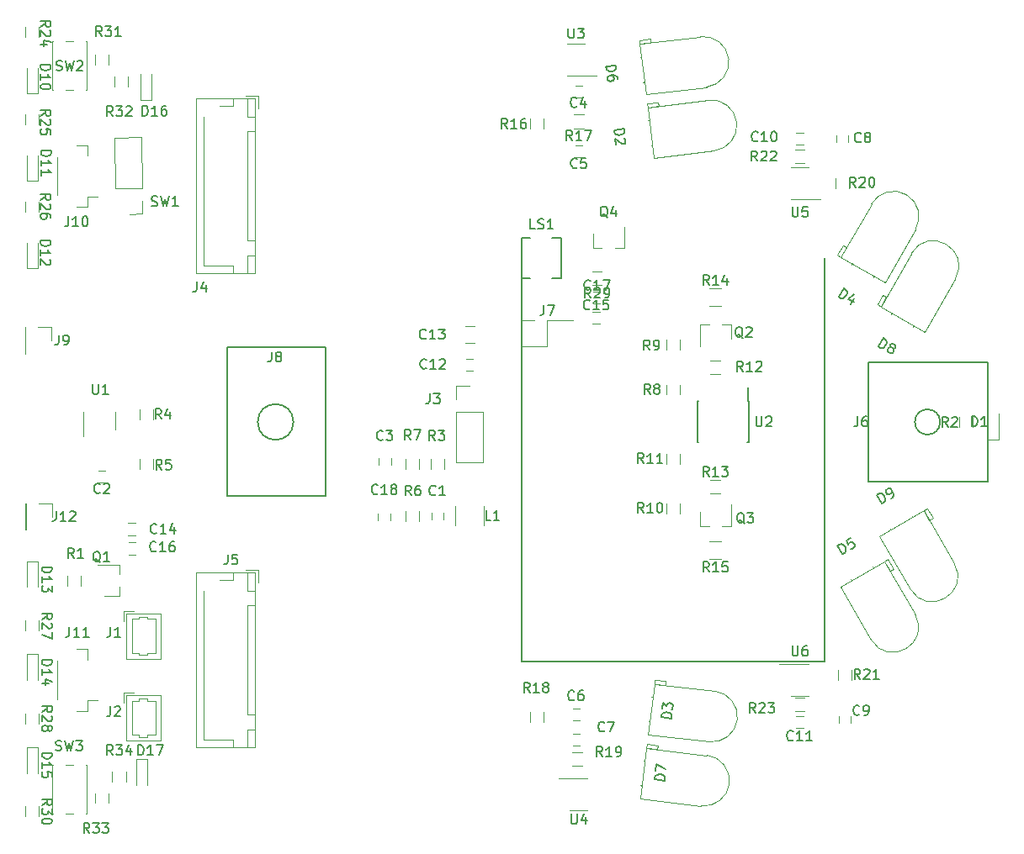
<source format=gto>
%TF.GenerationSoftware,KiCad,Pcbnew,5.1.10*%
%TF.CreationDate,2021-10-31T20:18:17+09:00*%
%TF.ProjectId,ZeroPCB,5a65726f-5043-4422-9e6b-696361645f70,rev?*%
%TF.SameCoordinates,Original*%
%TF.FileFunction,Legend,Top*%
%TF.FilePolarity,Positive*%
%FSLAX46Y46*%
G04 Gerber Fmt 4.6, Leading zero omitted, Abs format (unit mm)*
G04 Created by KiCad (PCBNEW 5.1.10) date 2021-10-31 20:18:17*
%MOMM*%
%LPD*%
G01*
G04 APERTURE LIST*
%ADD10C,0.120000*%
%ADD11C,0.150000*%
G04 APERTURE END LIST*
D10*
%TO.C,J1*%
X109209000Y-113091000D02*
X109209000Y-114091000D01*
X109209000Y-113091000D02*
X110209000Y-113091000D01*
X112409000Y-117341000D02*
X112409000Y-115616000D01*
X111534000Y-117341000D02*
X112409000Y-117341000D01*
X111534000Y-117541000D02*
X111534000Y-117341000D01*
X110734000Y-117541000D02*
X111534000Y-117541000D01*
X110734000Y-117341000D02*
X110734000Y-117541000D01*
X110009000Y-117341000D02*
X110734000Y-117341000D01*
X110009000Y-115616000D02*
X110009000Y-117341000D01*
X112409000Y-113891000D02*
X112409000Y-115616000D01*
X111534000Y-113891000D02*
X112409000Y-113891000D01*
X111534000Y-113691000D02*
X111534000Y-113891000D01*
X110734000Y-113691000D02*
X111534000Y-113691000D01*
X110734000Y-113891000D02*
X110734000Y-113691000D01*
X110009000Y-113891000D02*
X110734000Y-113891000D01*
X110009000Y-115616000D02*
X110009000Y-113891000D01*
X112959000Y-117891000D02*
X112959000Y-113341000D01*
X109459000Y-117891000D02*
X112959000Y-117891000D01*
X109459000Y-113341000D02*
X109459000Y-117891000D01*
X112959000Y-113341000D02*
X109459000Y-113341000D01*
%TO.C,J2*%
X112959000Y-121591000D02*
X109459000Y-121591000D01*
X109459000Y-121591000D02*
X109459000Y-126141000D01*
X109459000Y-126141000D02*
X112959000Y-126141000D01*
X112959000Y-126141000D02*
X112959000Y-121591000D01*
X110009000Y-123866000D02*
X110009000Y-122141000D01*
X110009000Y-122141000D02*
X110734000Y-122141000D01*
X110734000Y-122141000D02*
X110734000Y-121941000D01*
X110734000Y-121941000D02*
X111534000Y-121941000D01*
X111534000Y-121941000D02*
X111534000Y-122141000D01*
X111534000Y-122141000D02*
X112409000Y-122141000D01*
X112409000Y-122141000D02*
X112409000Y-123866000D01*
X110009000Y-123866000D02*
X110009000Y-125591000D01*
X110009000Y-125591000D02*
X110734000Y-125591000D01*
X110734000Y-125591000D02*
X110734000Y-125791000D01*
X110734000Y-125791000D02*
X111534000Y-125791000D01*
X111534000Y-125791000D02*
X111534000Y-125591000D01*
X111534000Y-125591000D02*
X112409000Y-125591000D01*
X112409000Y-125591000D02*
X112409000Y-123866000D01*
X109209000Y-121341000D02*
X110209000Y-121341000D01*
X109209000Y-121341000D02*
X109209000Y-122341000D01*
%TO.C,D17*%
X111534000Y-127991000D02*
X111534000Y-130591000D01*
X110434000Y-127991000D02*
X110434000Y-130591000D01*
X111534000Y-127991000D02*
X110434000Y-127991000D01*
%TO.C,C18*%
X134800000Y-104000000D02*
X134800000Y-103300000D01*
X136000000Y-103300000D02*
X136000000Y-104000000D01*
%TO.C,D5*%
X181321827Y-110633891D02*
X184401827Y-115968607D01*
X185755877Y-108073891D02*
X188835877Y-113408607D01*
X181321827Y-110633891D02*
X185755877Y-108073891D01*
X186102287Y-107873891D02*
X186662287Y-108843839D01*
X186662287Y-108843839D02*
X186315877Y-109043839D01*
X186315877Y-109043839D02*
X185755877Y-108073891D01*
X185755877Y-108073891D02*
X186102287Y-107873891D01*
X182374000Y-109876307D02*
X182439000Y-109988891D01*
X182439000Y-109988891D02*
X182439000Y-109988891D01*
X182439000Y-109988891D02*
X182374000Y-109876307D01*
X182374000Y-109876307D02*
X182374000Y-109876307D01*
X184573705Y-108606307D02*
X184638705Y-108718891D01*
X184638705Y-108718891D02*
X184638705Y-108718891D01*
X184638705Y-108718891D02*
X184573705Y-108606307D01*
X184573705Y-108606307D02*
X184573705Y-108606307D01*
X188835877Y-113408607D02*
G75*
G02*
X184401827Y-115968607I-2217025J-1280000D01*
G01*
%TO.C,D8*%
X186424295Y-83186193D02*
X186424295Y-83186193D01*
X186489295Y-83073609D02*
X186424295Y-83186193D01*
X186489295Y-83073609D02*
X186489295Y-83073609D01*
X186424295Y-83186193D02*
X186489295Y-83073609D01*
X188624000Y-84456193D02*
X188624000Y-84456193D01*
X188689000Y-84343609D02*
X188624000Y-84456193D01*
X188689000Y-84343609D02*
X188689000Y-84343609D01*
X188624000Y-84456193D02*
X188689000Y-84343609D01*
X185372123Y-82428609D02*
X185025713Y-82228609D01*
X185932123Y-81458661D02*
X185372123Y-82428609D01*
X185585713Y-81258661D02*
X185932123Y-81458661D01*
X185025713Y-82228609D02*
X185585713Y-81258661D01*
X189806173Y-84988609D02*
X185372123Y-82428609D01*
X185372123Y-82428609D02*
X188452123Y-77093893D01*
X189806173Y-84988609D02*
X192886173Y-79653893D01*
X188452123Y-77093893D02*
G75*
G02*
X192886173Y-79653893I2217025J-1280000D01*
G01*
%TO.C,U3*%
X155634000Y-55931500D02*
X153834000Y-55931500D01*
X153834000Y-59151500D02*
X156784000Y-59151500D01*
%TO.C,C1*%
X140150000Y-103891000D02*
X140150000Y-103191000D01*
X141350000Y-103191000D02*
X141350000Y-103891000D01*
%TO.C,C2*%
X107334000Y-100141500D02*
X106634000Y-100141500D01*
X106634000Y-98941500D02*
X107334000Y-98941500D01*
%TO.C,C3*%
X134884000Y-98391400D02*
X134884000Y-97691400D01*
X136084000Y-97691400D02*
X136084000Y-98391400D01*
%TO.C,C4*%
X154634000Y-60191500D02*
X155334000Y-60191500D01*
X155334000Y-61391500D02*
X154634000Y-61391500D01*
%TO.C,C5*%
X154634000Y-66191500D02*
X155334000Y-66191500D01*
X155334000Y-67391500D02*
X154634000Y-67391500D01*
%TO.C,C6*%
X154384000Y-122941000D02*
X155084000Y-122941000D01*
X155084000Y-124141000D02*
X154384000Y-124141000D01*
%TO.C,C7*%
X154384000Y-125441000D02*
X155084000Y-125441000D01*
X155084000Y-126641000D02*
X154384000Y-126641000D01*
%TO.C,C8*%
X180884000Y-65850000D02*
X180884000Y-65150000D01*
X182084000Y-65150000D02*
X182084000Y-65850000D01*
%TO.C,C9*%
X182334000Y-123691000D02*
X182334000Y-124391000D01*
X181134000Y-124391000D02*
X181134000Y-123691000D01*
%TO.C,C10*%
X176884000Y-64941400D02*
X177584000Y-64941400D01*
X177584000Y-66141400D02*
X176884000Y-66141400D01*
%TO.C,C11*%
X176884000Y-123691000D02*
X177584000Y-123691000D01*
X177584000Y-124891000D02*
X176884000Y-124891000D01*
%TO.C,C12*%
X144350000Y-88900000D02*
X143650000Y-88900000D01*
X143650000Y-87700000D02*
X144350000Y-87700000D01*
%TO.C,D1*%
X196184000Y-95841500D02*
X197284000Y-95841500D01*
X197284000Y-95841500D02*
X197284000Y-93241500D01*
X196184000Y-95841500D02*
X196184000Y-93241500D01*
%TO.C,D2*%
X162542192Y-67474423D02*
X168656277Y-66723707D01*
X161918221Y-62392586D02*
X168032306Y-61641871D01*
X162542192Y-67474423D02*
X161918221Y-62392586D01*
X161869474Y-61995568D02*
X162981125Y-61859074D01*
X162981125Y-61859074D02*
X163029873Y-62256093D01*
X163029873Y-62256093D02*
X161918221Y-62392586D01*
X161918221Y-62392586D02*
X161869474Y-61995568D01*
X162255950Y-66209881D02*
X162384981Y-66194038D01*
X162384981Y-66194038D02*
X162384981Y-66194038D01*
X162384981Y-66194038D02*
X162255950Y-66209881D01*
X162255950Y-66209881D02*
X162255950Y-66209881D01*
X161946402Y-63688814D02*
X162075433Y-63672971D01*
X162075433Y-63672971D02*
X162075433Y-63672971D01*
X162075433Y-63672971D02*
X161946402Y-63688814D01*
X161946402Y-63688814D02*
X161946402Y-63688814D01*
X168032305Y-61641871D02*
G75*
G02*
X168656277Y-66723707I311986J-2540918D01*
G01*
%TO.C,D3*%
X162315498Y-121701552D02*
X162315498Y-121701552D01*
X162444529Y-121717395D02*
X162315498Y-121701552D01*
X162444529Y-121717395D02*
X162444529Y-121717395D01*
X162315498Y-121701552D02*
X162444529Y-121717395D01*
X162005950Y-124222619D02*
X162005950Y-124222619D01*
X162134981Y-124238462D02*
X162005950Y-124222619D01*
X162134981Y-124238462D02*
X162134981Y-124238462D01*
X162005950Y-124222619D02*
X162134981Y-124238462D01*
X162601740Y-120437010D02*
X162650488Y-120039992D01*
X163713392Y-120573504D02*
X162601740Y-120437010D01*
X163762140Y-120176485D02*
X163713392Y-120573504D01*
X162650488Y-120039992D02*
X163762140Y-120176485D01*
X161977769Y-125518846D02*
X162601740Y-120437010D01*
X162601740Y-120437010D02*
X168715825Y-121187725D01*
X161977769Y-125518846D02*
X168091854Y-126269562D01*
X168715824Y-121187724D02*
G75*
G02*
X168091854Y-126269562I-311985J-2540919D01*
G01*
%TO.C,D4*%
X182424295Y-78186093D02*
X182424295Y-78186093D01*
X182489295Y-78073509D02*
X182424295Y-78186093D01*
X182489295Y-78073509D02*
X182489295Y-78073509D01*
X182424295Y-78186093D02*
X182489295Y-78073509D01*
X184624000Y-79456093D02*
X184624000Y-79456093D01*
X184689000Y-79343509D02*
X184624000Y-79456093D01*
X184689000Y-79343509D02*
X184689000Y-79343509D01*
X184624000Y-79456093D02*
X184689000Y-79343509D01*
X181372123Y-77428509D02*
X181025713Y-77228509D01*
X181932123Y-76458561D02*
X181372123Y-77428509D01*
X181585713Y-76258561D02*
X181932123Y-76458561D01*
X181025713Y-77228509D02*
X181585713Y-76258561D01*
X185806173Y-79988509D02*
X181372123Y-77428509D01*
X181372123Y-77428509D02*
X184452123Y-72093793D01*
X185806173Y-79988509D02*
X188886173Y-74653793D01*
X184452123Y-72093793D02*
G75*
G02*
X188886173Y-74653793I2217025J-1280000D01*
G01*
%TO.C,D6*%
X161146402Y-57288714D02*
X161146402Y-57288714D01*
X161275433Y-57272871D02*
X161146402Y-57288714D01*
X161275433Y-57272871D02*
X161275433Y-57272871D01*
X161146402Y-57288714D02*
X161275433Y-57272871D01*
X161455950Y-59809781D02*
X161455950Y-59809781D01*
X161584981Y-59793938D02*
X161455950Y-59809781D01*
X161584981Y-59793938D02*
X161584981Y-59793938D01*
X161455950Y-59809781D02*
X161584981Y-59793938D01*
X161118221Y-55992486D02*
X161069474Y-55595468D01*
X162229873Y-55855993D02*
X161118221Y-55992486D01*
X162181125Y-55458974D02*
X162229873Y-55855993D01*
X161069474Y-55595468D02*
X162181125Y-55458974D01*
X161742192Y-61074323D02*
X161118221Y-55992486D01*
X161118221Y-55992486D02*
X167232306Y-55241771D01*
X161742192Y-61074323D02*
X167856277Y-60323607D01*
X167232305Y-55241771D02*
G75*
G02*
X167856277Y-60323607I311986J-2540918D01*
G01*
%TO.C,D7*%
X161177769Y-131968846D02*
X167291854Y-132719562D01*
X161801740Y-126887010D02*
X167915825Y-127637725D01*
X161177769Y-131968846D02*
X161801740Y-126887010D01*
X161850488Y-126489992D02*
X162962140Y-126626485D01*
X162962140Y-126626485D02*
X162913392Y-127023504D01*
X162913392Y-127023504D02*
X161801740Y-126887010D01*
X161801740Y-126887010D02*
X161850488Y-126489992D01*
X161205950Y-130672619D02*
X161334981Y-130688462D01*
X161334981Y-130688462D02*
X161334981Y-130688462D01*
X161334981Y-130688462D02*
X161205950Y-130672619D01*
X161205950Y-130672619D02*
X161205950Y-130672619D01*
X161515498Y-128151552D02*
X161644529Y-128167395D01*
X161644529Y-128167395D02*
X161644529Y-128167395D01*
X161644529Y-128167395D02*
X161515498Y-128151552D01*
X161515498Y-128151552D02*
X161515498Y-128151552D01*
X167915824Y-127637724D02*
G75*
G02*
X167291854Y-132719562I-311985J-2540919D01*
G01*
%TO.C,D9*%
X185271827Y-105533891D02*
X188351827Y-110868607D01*
X189705877Y-102973891D02*
X192785877Y-108308607D01*
X185271827Y-105533891D02*
X189705877Y-102973891D01*
X190052287Y-102773891D02*
X190612287Y-103743839D01*
X190612287Y-103743839D02*
X190265877Y-103943839D01*
X190265877Y-103943839D02*
X189705877Y-102973891D01*
X189705877Y-102973891D02*
X190052287Y-102773891D01*
X186324000Y-104776307D02*
X186389000Y-104888891D01*
X186389000Y-104888891D02*
X186389000Y-104888891D01*
X186389000Y-104888891D02*
X186324000Y-104776307D01*
X186324000Y-104776307D02*
X186324000Y-104776307D01*
X188523705Y-103506307D02*
X188588705Y-103618891D01*
X188588705Y-103618891D02*
X188588705Y-103618891D01*
X188588705Y-103618891D02*
X188523705Y-103506307D01*
X188523705Y-103506307D02*
X188523705Y-103506307D01*
X192785877Y-108308607D02*
G75*
G02*
X188351827Y-110868607I-2217025J-1280000D01*
G01*
%TO.C,D10*%
X99433500Y-60991400D02*
X99433500Y-58391400D01*
X100533500Y-60991400D02*
X100533500Y-58391400D01*
X99433500Y-60991400D02*
X100533500Y-60991400D01*
%TO.C,D11*%
X99433500Y-69791400D02*
X100533500Y-69791400D01*
X100533500Y-69791400D02*
X100533500Y-67191400D01*
X99433500Y-69791400D02*
X99433500Y-67191400D01*
%TO.C,D12*%
X99433500Y-78591500D02*
X99433500Y-75991500D01*
X100533500Y-78591500D02*
X100533500Y-75991500D01*
X99433500Y-78591500D02*
X100533500Y-78591500D01*
%TO.C,D13*%
X100533500Y-108091000D02*
X99433500Y-108091000D01*
X99433500Y-108091000D02*
X99433500Y-110691000D01*
X100533500Y-108091000D02*
X100533500Y-110691000D01*
%TO.C,D14*%
X100533500Y-117451000D02*
X99433500Y-117451000D01*
X99433500Y-117451000D02*
X99433500Y-120051000D01*
X100533500Y-117451000D02*
X100533500Y-120051000D01*
%TO.C,D15*%
X100533500Y-126811000D02*
X99433500Y-126811000D01*
X99433500Y-126811000D02*
X99433500Y-129411000D01*
X100533500Y-126811000D02*
X100533500Y-129411000D01*
%TO.C,D16*%
X110934000Y-61591500D02*
X110934000Y-58991500D01*
X112034000Y-61591500D02*
X112034000Y-58991500D01*
X110934000Y-61591500D02*
X112034000Y-61591500D01*
%TO.C,J3*%
X142670000Y-90420000D02*
X144000000Y-90420000D01*
X142670000Y-91750000D02*
X142670000Y-90420000D01*
X142670000Y-93020000D02*
X145330000Y-93020000D01*
X145330000Y-93020000D02*
X145330000Y-98160000D01*
X142670000Y-93020000D02*
X142670000Y-98160000D01*
X142670000Y-98160000D02*
X145330000Y-98160000D01*
%TO.C,J4*%
X122444000Y-61481500D02*
X116474000Y-61481500D01*
X116474000Y-61481500D02*
X116474000Y-79101500D01*
X116474000Y-79101500D02*
X122444000Y-79101500D01*
X122444000Y-79101500D02*
X122444000Y-61481500D01*
X122434000Y-64791500D02*
X121684000Y-64791500D01*
X121684000Y-64791500D02*
X121684000Y-75791500D01*
X121684000Y-75791500D02*
X122434000Y-75791500D01*
X122434000Y-75791500D02*
X122434000Y-64791500D01*
X122434000Y-61491500D02*
X121684000Y-61491500D01*
X121684000Y-61491500D02*
X121684000Y-63291500D01*
X121684000Y-63291500D02*
X122434000Y-63291500D01*
X122434000Y-63291500D02*
X122434000Y-61491500D01*
X122434000Y-77291500D02*
X121684000Y-77291500D01*
X121684000Y-77291500D02*
X121684000Y-79091500D01*
X121684000Y-79091500D02*
X122434000Y-79091500D01*
X122434000Y-79091500D02*
X122434000Y-77291500D01*
X120184000Y-61491500D02*
X120184000Y-62241500D01*
X120184000Y-62241500D02*
X118844000Y-62241500D01*
X117234000Y-70291500D02*
X117234000Y-63301500D01*
X120184000Y-79091500D02*
X120184000Y-78341500D01*
X120184000Y-78341500D02*
X117234000Y-78341500D01*
X117234000Y-78341500D02*
X117234000Y-70291500D01*
X122734000Y-62441500D02*
X122734000Y-61191500D01*
X122734000Y-61191500D02*
X121484000Y-61191500D01*
%TO.C,J5*%
X122734000Y-108941000D02*
X121484000Y-108941000D01*
X122734000Y-110191000D02*
X122734000Y-108941000D01*
X117234000Y-126091000D02*
X117234000Y-118041000D01*
X120184000Y-126091000D02*
X117234000Y-126091000D01*
X120184000Y-126841000D02*
X120184000Y-126091000D01*
X117234000Y-118041000D02*
X117234000Y-111051000D01*
X120184000Y-109991000D02*
X118844000Y-109991000D01*
X120184000Y-109241000D02*
X120184000Y-109991000D01*
X122434000Y-126841000D02*
X122434000Y-125041000D01*
X121684000Y-126841000D02*
X122434000Y-126841000D01*
X121684000Y-125041000D02*
X121684000Y-126841000D01*
X122434000Y-125041000D02*
X121684000Y-125041000D01*
X122434000Y-111041000D02*
X122434000Y-109241000D01*
X121684000Y-111041000D02*
X122434000Y-111041000D01*
X121684000Y-109241000D02*
X121684000Y-111041000D01*
X122434000Y-109241000D02*
X121684000Y-109241000D01*
X122434000Y-123541000D02*
X122434000Y-112541000D01*
X121684000Y-123541000D02*
X122434000Y-123541000D01*
X121684000Y-112541000D02*
X121684000Y-123541000D01*
X122434000Y-112541000D02*
X121684000Y-112541000D01*
X122444000Y-126851000D02*
X122444000Y-109231000D01*
X116474000Y-126851000D02*
X122444000Y-126851000D01*
X116474000Y-109231000D02*
X116474000Y-126851000D01*
X122444000Y-109231000D02*
X116474000Y-109231000D01*
%TO.C,J10*%
X104444000Y-72401400D02*
X105594000Y-72401400D01*
X105594000Y-72401400D02*
X105594000Y-71351400D01*
X105594000Y-71351400D02*
X106584000Y-71351400D01*
X104444000Y-66181400D02*
X105594000Y-66181400D01*
X105594000Y-66181400D02*
X105594000Y-67231400D01*
X102474000Y-71231400D02*
X102474000Y-67351400D01*
%TO.C,J11*%
X102474000Y-121981000D02*
X102474000Y-118101000D01*
X105594000Y-116931000D02*
X105594000Y-117981000D01*
X104444000Y-116931000D02*
X105594000Y-116931000D01*
X105594000Y-122101000D02*
X106584000Y-122101000D01*
X105594000Y-123151000D02*
X105594000Y-122101000D01*
X104444000Y-123151000D02*
X105594000Y-123151000D01*
%TO.C,L1*%
X142520000Y-104500000D02*
X142520000Y-102500000D01*
X145480000Y-102500000D02*
X145480000Y-104500000D01*
D11*
%TO.C,LS1*%
X150134000Y-79541400D02*
X149234000Y-79541400D01*
X149234000Y-79541400D02*
X149234000Y-75541400D01*
X149234000Y-75541400D02*
X150134000Y-75541400D01*
X153234000Y-75541400D02*
X153234000Y-79541400D01*
X153234000Y-79541400D02*
X152334000Y-79541400D01*
X152334000Y-75541400D02*
X153234000Y-75541400D01*
D10*
%TO.C,Q1*%
X108744000Y-111621000D02*
X107284000Y-111621000D01*
X108744000Y-108461000D02*
X106584000Y-108461000D01*
X108744000Y-108461000D02*
X108744000Y-109391000D01*
X108744000Y-111621000D02*
X108744000Y-110691000D01*
%TO.C,Q2*%
X170330000Y-84240000D02*
X169400000Y-84240000D01*
X167170000Y-84240000D02*
X168100000Y-84240000D01*
X167170000Y-84240000D02*
X167170000Y-86400000D01*
X170330000Y-84240000D02*
X170330000Y-85700000D01*
%TO.C,Q3*%
X167170000Y-104551000D02*
X167170000Y-103091000D01*
X170330000Y-104551000D02*
X170330000Y-102391000D01*
X170330000Y-104551000D02*
X169400000Y-104551000D01*
X167170000Y-104551000D02*
X168100000Y-104551000D01*
%TO.C,Q4*%
X156404000Y-76551500D02*
X157334000Y-76551500D01*
X159564000Y-76551500D02*
X158634000Y-76551500D01*
X159564000Y-76551500D02*
X159564000Y-74391500D01*
X156404000Y-76551500D02*
X156404000Y-75091500D01*
%TO.C,R1*%
X104914000Y-109541000D02*
X104914000Y-110541000D01*
X103554000Y-110541000D02*
X103554000Y-109541000D01*
%TO.C,R2*%
X193304000Y-94541500D02*
X193304000Y-93541500D01*
X194664000Y-93541500D02*
X194664000Y-94541500D01*
%TO.C,R3*%
X141430000Y-97791400D02*
X141430000Y-98791400D01*
X140070000Y-98791400D02*
X140070000Y-97791400D01*
%TO.C,R4*%
X110804000Y-93791400D02*
X110804000Y-92791400D01*
X112164000Y-92791400D02*
X112164000Y-93791400D01*
%TO.C,R5*%
X112164000Y-97791500D02*
X112164000Y-98791500D01*
X110804000Y-98791500D02*
X110804000Y-97791500D01*
%TO.C,R6*%
X138914000Y-103041000D02*
X138914000Y-104041000D01*
X137554000Y-104041000D02*
X137554000Y-103041000D01*
%TO.C,R7*%
X137554000Y-98791500D02*
X137554000Y-97791500D01*
X138914000Y-97791500D02*
X138914000Y-98791500D01*
%TO.C,R8*%
X165164000Y-90291400D02*
X165164000Y-91291400D01*
X163804000Y-91291400D02*
X163804000Y-90291400D01*
%TO.C,R9*%
X165164000Y-85791400D02*
X165164000Y-86791400D01*
X163804000Y-86791400D02*
X163804000Y-85791400D01*
%TO.C,R10*%
X163804000Y-103291000D02*
X163804000Y-102291000D01*
X165164000Y-102291000D02*
X165164000Y-103291000D01*
%TO.C,R11*%
X163804000Y-98291500D02*
X163804000Y-97291500D01*
X165164000Y-97291500D02*
X165164000Y-98291500D01*
%TO.C,R12*%
X169234000Y-89221400D02*
X168234000Y-89221400D01*
X168234000Y-87861400D02*
X169234000Y-87861400D01*
%TO.C,R13*%
X168234000Y-99861000D02*
X169234000Y-99861000D01*
X169234000Y-101221000D02*
X168234000Y-101221000D01*
%TO.C,R14*%
X168150000Y-80620000D02*
X169350000Y-80620000D01*
X169350000Y-82380000D02*
X168150000Y-82380000D01*
%TO.C,R15*%
X168150000Y-106120000D02*
X169350000Y-106120000D01*
X169350000Y-107880000D02*
X168150000Y-107880000D01*
%TO.C,R16*%
X151414000Y-63500000D02*
X151414000Y-64500000D01*
X150054000Y-64500000D02*
X150054000Y-63500000D01*
%TO.C,R17*%
X154484000Y-63111500D02*
X155484000Y-63111500D01*
X155484000Y-64471500D02*
X154484000Y-64471500D01*
%TO.C,R18*%
X150070000Y-124250000D02*
X150070000Y-123250000D01*
X151430000Y-123250000D02*
X151430000Y-124250000D01*
%TO.C,R19*%
X155334000Y-128721000D02*
X154334000Y-128721000D01*
X154334000Y-127361000D02*
X155334000Y-127361000D01*
%TO.C,R20*%
X180820000Y-70500000D02*
X180820000Y-69500000D01*
X182180000Y-69500000D02*
X182180000Y-70500000D01*
%TO.C,R21*%
X181054000Y-120041000D02*
X181054000Y-119041000D01*
X182414000Y-119041000D02*
X182414000Y-120041000D01*
%TO.C,R22*%
X177734000Y-67971400D02*
X176734000Y-67971400D01*
X176734000Y-66611400D02*
X177734000Y-66611400D01*
%TO.C,R23*%
X176734000Y-121861000D02*
X177734000Y-121861000D01*
X177734000Y-123221000D02*
X176734000Y-123221000D01*
%TO.C,R24*%
X99303500Y-55291400D02*
X99303500Y-54291400D01*
X100663500Y-54291400D02*
X100663500Y-55291400D01*
%TO.C,R25*%
X100663500Y-63091500D02*
X100663500Y-64091500D01*
X99303500Y-64091500D02*
X99303500Y-63091500D01*
%TO.C,R26*%
X100663500Y-71891400D02*
X100663500Y-72891400D01*
X99303500Y-72891400D02*
X99303500Y-71891400D01*
%TO.C,R27*%
X100663500Y-114071000D02*
X100663500Y-115071000D01*
X99303500Y-115071000D02*
X99303500Y-114071000D01*
%TO.C,R28*%
X99303500Y-124431000D02*
X99303500Y-123431000D01*
X100663500Y-123431000D02*
X100663500Y-124431000D01*
%TO.C,R29*%
X156334000Y-78861500D02*
X157334000Y-78861500D01*
X157334000Y-80221500D02*
X156334000Y-80221500D01*
%TO.C,R30*%
X99303500Y-133791000D02*
X99303500Y-132791000D01*
X100663500Y-132791000D02*
X100663500Y-133791000D01*
%TO.C,R31*%
X106304000Y-58041500D02*
X106304000Y-57041500D01*
X107664000Y-57041500D02*
X107664000Y-58041500D01*
%TO.C,R32*%
X108304000Y-60291500D02*
X108304000Y-59291500D01*
X109664000Y-59291500D02*
X109664000Y-60291500D01*
%TO.C,R33*%
X106304000Y-132441000D02*
X106304000Y-131441000D01*
X107664000Y-131441000D02*
X107664000Y-132441000D01*
%TO.C,R34*%
X109414000Y-129291000D02*
X109414000Y-130291000D01*
X108054000Y-130291000D02*
X108054000Y-129291000D01*
%TO.C,SW1*%
X111087009Y-73098086D02*
X109757212Y-73121297D01*
X111063797Y-71768288D02*
X111087009Y-73098086D01*
X111041633Y-70498482D02*
X108382038Y-70544905D01*
X108382038Y-70544905D02*
X108292333Y-65405688D01*
X111041633Y-70498482D02*
X110951928Y-65359265D01*
X110951928Y-65359265D02*
X108292333Y-65405688D01*
%TO.C,SW2*%
X101984000Y-55691500D02*
X102084000Y-55691500D01*
X105484000Y-55691500D02*
X105384000Y-55691500D01*
X105384000Y-60591500D02*
X105484000Y-60591500D01*
X101984000Y-60591500D02*
X102084000Y-60591500D01*
X103384000Y-60591500D02*
X104084000Y-60591500D01*
X103384000Y-55691500D02*
X104084000Y-55691500D01*
X101984000Y-55691500D02*
X101984000Y-60591500D01*
X105484000Y-60591500D02*
X105484000Y-55691500D01*
%TO.C,SW3*%
X105484000Y-133491000D02*
X105484000Y-128591000D01*
X101984000Y-128591000D02*
X101984000Y-133491000D01*
X103384000Y-128591000D02*
X104084000Y-128591000D01*
X103384000Y-133491000D02*
X104084000Y-133491000D01*
X101984000Y-133491000D02*
X102084000Y-133491000D01*
X105384000Y-133491000D02*
X105484000Y-133491000D01*
X105484000Y-128591000D02*
X105384000Y-128591000D01*
X101984000Y-128591000D02*
X102084000Y-128591000D01*
%TO.C,U1*%
X108344000Y-94841500D02*
X108344000Y-93041500D01*
X105124000Y-93041500D02*
X105124000Y-95491500D01*
D11*
%TO.C,U2*%
X172075000Y-91966400D02*
X172025000Y-91966400D01*
X172075000Y-96116400D02*
X171930000Y-96116400D01*
X166925000Y-96116400D02*
X167070000Y-96116400D01*
X166925000Y-91966400D02*
X167070000Y-91966400D01*
X172075000Y-91966400D02*
X172075000Y-96116400D01*
X166925000Y-91966400D02*
X166925000Y-96116400D01*
X172025000Y-91966400D02*
X172025000Y-90566400D01*
D10*
%TO.C,U4*%
X154084000Y-133151000D02*
X155884000Y-133151000D01*
X155884000Y-129931000D02*
X152934000Y-129931000D01*
%TO.C,U5*%
X176334000Y-71651500D02*
X179284000Y-71651500D01*
X178134000Y-68431500D02*
X176334000Y-68431500D01*
%TO.C,U6*%
X178134000Y-118440000D02*
X175184000Y-118440000D01*
X176334000Y-121660000D02*
X178134000Y-121660000D01*
D11*
%TO.C,J6*%
X191355000Y-94057500D02*
G75*
G03*
X191355000Y-94057500I-1270000J0D01*
G01*
X196165000Y-88057500D02*
X184165000Y-88057500D01*
X184165000Y-88057500D02*
X184165000Y-100057500D01*
X184165000Y-100057500D02*
X196165000Y-100057500D01*
X196165000Y-100057500D02*
X196165000Y-88057500D01*
%TO.C,J8*%
X126280051Y-94057500D02*
G75*
G03*
X126280051Y-94057500I-1796051J0D01*
G01*
X129484000Y-94087500D02*
X129484000Y-101537500D01*
X129484000Y-101537500D02*
X119584000Y-101537500D01*
X119584000Y-101537500D02*
X119584000Y-86487500D01*
X119584000Y-86487500D02*
X129484000Y-86487500D01*
X129484000Y-86487500D02*
X129484000Y-94187500D01*
D10*
%TO.C,C13*%
X144550000Y-84400000D02*
X143550000Y-84400000D01*
X143550000Y-86100000D02*
X144550000Y-86100000D01*
%TO.C,J7*%
X149204000Y-86437400D02*
X151804000Y-86437400D01*
X151804000Y-86437400D02*
X151804000Y-83837400D01*
X151804000Y-83837400D02*
X154404000Y-83837400D01*
X149204000Y-85167400D02*
X149204000Y-83837400D01*
X149204000Y-83837400D02*
X150534000Y-83837400D01*
D11*
X149264000Y-118187400D02*
X179744000Y-118187400D01*
X179744000Y-118187400D02*
X179744000Y-77547400D01*
X149264000Y-77547400D02*
X149264000Y-118187400D01*
D10*
%TO.C,J9*%
X101930000Y-84520000D02*
X101930000Y-85850000D01*
X100600000Y-84520000D02*
X101930000Y-84520000D01*
X99330000Y-84520000D02*
X99330000Y-87180000D01*
X99330000Y-87180000D02*
X99270000Y-87180000D01*
X99330000Y-84520000D02*
X99270000Y-84520000D01*
X99270000Y-84520000D02*
X99270000Y-87180000D01*
%TO.C,J12*%
X99320000Y-102270000D02*
X99320000Y-104930000D01*
X99380000Y-102270000D02*
X99320000Y-102270000D01*
X99380000Y-104930000D02*
X99320000Y-104930000D01*
X99380000Y-102270000D02*
X99380000Y-104930000D01*
X100650000Y-102270000D02*
X101980000Y-102270000D01*
X101980000Y-102270000D02*
X101980000Y-103600000D01*
%TO.C,C14*%
X109650000Y-104250000D02*
X110350000Y-104250000D01*
X110350000Y-105450000D02*
X109650000Y-105450000D01*
%TO.C,C15*%
X156400000Y-82950000D02*
X157100000Y-82950000D01*
X157100000Y-84150000D02*
X156400000Y-84150000D01*
%TO.C,C16*%
X110400000Y-107400000D02*
X109700000Y-107400000D01*
X109700000Y-106200000D02*
X110400000Y-106200000D01*
%TO.C,C17*%
X157150000Y-82150000D02*
X156450000Y-82150000D01*
X156450000Y-80950000D02*
X157150000Y-80950000D01*
%TO.C,J1*%
D11*
X107866666Y-114702380D02*
X107866666Y-115416666D01*
X107819047Y-115559523D01*
X107723809Y-115654761D01*
X107580952Y-115702380D01*
X107485714Y-115702380D01*
X108866666Y-115702380D02*
X108295238Y-115702380D01*
X108580952Y-115702380D02*
X108580952Y-114702380D01*
X108485714Y-114845238D01*
X108390476Y-114940476D01*
X108295238Y-114988095D01*
%TO.C,J2*%
X107866666Y-122702380D02*
X107866666Y-123416666D01*
X107819047Y-123559523D01*
X107723809Y-123654761D01*
X107580952Y-123702380D01*
X107485714Y-123702380D01*
X108295238Y-122797619D02*
X108342857Y-122750000D01*
X108438095Y-122702380D01*
X108676190Y-122702380D01*
X108771428Y-122750000D01*
X108819047Y-122797619D01*
X108866666Y-122892857D01*
X108866666Y-122988095D01*
X108819047Y-123130952D01*
X108247619Y-123702380D01*
X108866666Y-123702380D01*
%TO.C,D17*%
X110635714Y-127602380D02*
X110635714Y-126602380D01*
X110873809Y-126602380D01*
X111016666Y-126650000D01*
X111111904Y-126745238D01*
X111159523Y-126840476D01*
X111207142Y-127030952D01*
X111207142Y-127173809D01*
X111159523Y-127364285D01*
X111111904Y-127459523D01*
X111016666Y-127554761D01*
X110873809Y-127602380D01*
X110635714Y-127602380D01*
X112159523Y-127602380D02*
X111588095Y-127602380D01*
X111873809Y-127602380D02*
X111873809Y-126602380D01*
X111778571Y-126745238D01*
X111683333Y-126840476D01*
X111588095Y-126888095D01*
X112492857Y-126602380D02*
X113159523Y-126602380D01*
X112730952Y-127602380D01*
%TO.C,C18*%
X134757142Y-101257142D02*
X134709523Y-101304761D01*
X134566666Y-101352380D01*
X134471428Y-101352380D01*
X134328571Y-101304761D01*
X134233333Y-101209523D01*
X134185714Y-101114285D01*
X134138095Y-100923809D01*
X134138095Y-100780952D01*
X134185714Y-100590476D01*
X134233333Y-100495238D01*
X134328571Y-100400000D01*
X134471428Y-100352380D01*
X134566666Y-100352380D01*
X134709523Y-100400000D01*
X134757142Y-100447619D01*
X135709523Y-101352380D02*
X135138095Y-101352380D01*
X135423809Y-101352380D02*
X135423809Y-100352380D01*
X135328571Y-100495238D01*
X135233333Y-100590476D01*
X135138095Y-100638095D01*
X136280952Y-100780952D02*
X136185714Y-100733333D01*
X136138095Y-100685714D01*
X136090476Y-100590476D01*
X136090476Y-100542857D01*
X136138095Y-100447619D01*
X136185714Y-100400000D01*
X136280952Y-100352380D01*
X136471428Y-100352380D01*
X136566666Y-100400000D01*
X136614285Y-100447619D01*
X136661904Y-100542857D01*
X136661904Y-100590476D01*
X136614285Y-100685714D01*
X136566666Y-100733333D01*
X136471428Y-100780952D01*
X136280952Y-100780952D01*
X136185714Y-100828571D01*
X136138095Y-100876190D01*
X136090476Y-100971428D01*
X136090476Y-101161904D01*
X136138095Y-101257142D01*
X136185714Y-101304761D01*
X136280952Y-101352380D01*
X136471428Y-101352380D01*
X136566666Y-101304761D01*
X136614285Y-101257142D01*
X136661904Y-101161904D01*
X136661904Y-100971428D01*
X136614285Y-100876190D01*
X136566666Y-100828571D01*
X136471428Y-100780952D01*
%TO.C,D5*%
X181540833Y-107369411D02*
X181040833Y-106503385D01*
X181247029Y-106384337D01*
X181394557Y-106354148D01*
X181524654Y-106389008D01*
X181613513Y-106447677D01*
X181749990Y-106588825D01*
X181821419Y-106712542D01*
X181875417Y-106901309D01*
X181881797Y-107007597D01*
X181846938Y-107137695D01*
X181747029Y-107250363D01*
X181540833Y-107369411D01*
X182319251Y-105765290D02*
X181906858Y-106003385D01*
X182103714Y-106439588D01*
X182121144Y-106374539D01*
X182179813Y-106285681D01*
X182386009Y-106166633D01*
X182492298Y-106160253D01*
X182557346Y-106177683D01*
X182646205Y-106236352D01*
X182765252Y-106442549D01*
X182771632Y-106548837D01*
X182754202Y-106613885D01*
X182695533Y-106702744D01*
X182489337Y-106821791D01*
X182383049Y-106828171D01*
X182318000Y-106810741D01*
%TO.C,D8*%
X185138748Y-86476635D02*
X185638748Y-85610610D01*
X185844944Y-85729657D01*
X185944853Y-85842325D01*
X185979712Y-85972423D01*
X185973333Y-86078711D01*
X185919334Y-86267478D01*
X185847905Y-86391196D01*
X185711428Y-86532344D01*
X185622569Y-86591013D01*
X185492472Y-86625872D01*
X185344944Y-86595683D01*
X185138748Y-86476635D01*
X186414205Y-86553192D02*
X186355536Y-86464334D01*
X186338107Y-86399285D01*
X186344486Y-86292997D01*
X186368296Y-86251758D01*
X186457154Y-86193088D01*
X186522203Y-86175659D01*
X186628491Y-86182038D01*
X186793448Y-86277277D01*
X186852117Y-86366135D01*
X186869547Y-86431184D01*
X186863167Y-86537472D01*
X186839358Y-86578711D01*
X186750500Y-86637380D01*
X186685451Y-86654810D01*
X186579163Y-86648430D01*
X186414205Y-86553192D01*
X186307917Y-86546812D01*
X186242868Y-86564242D01*
X186154010Y-86622911D01*
X186058772Y-86787869D01*
X186052392Y-86894157D01*
X186069822Y-86959205D01*
X186128491Y-87048064D01*
X186293448Y-87143302D01*
X186399736Y-87149682D01*
X186464785Y-87132252D01*
X186553644Y-87073583D01*
X186648882Y-86908626D01*
X186655261Y-86802337D01*
X186637832Y-86737289D01*
X186579163Y-86648430D01*
%TO.C,U3*%
X153938095Y-54402380D02*
X153938095Y-55211904D01*
X153985714Y-55307142D01*
X154033333Y-55354761D01*
X154128571Y-55402380D01*
X154319047Y-55402380D01*
X154414285Y-55354761D01*
X154461904Y-55307142D01*
X154509523Y-55211904D01*
X154509523Y-54402380D01*
X154890476Y-54402380D02*
X155509523Y-54402380D01*
X155176190Y-54783333D01*
X155319047Y-54783333D01*
X155414285Y-54830952D01*
X155461904Y-54878571D01*
X155509523Y-54973809D01*
X155509523Y-55211904D01*
X155461904Y-55307142D01*
X155414285Y-55354761D01*
X155319047Y-55402380D01*
X155033333Y-55402380D01*
X154938095Y-55354761D01*
X154890476Y-55307142D01*
%TO.C,C1*%
X140583333Y-101357142D02*
X140535714Y-101404761D01*
X140392857Y-101452380D01*
X140297619Y-101452380D01*
X140154761Y-101404761D01*
X140059523Y-101309523D01*
X140011904Y-101214285D01*
X139964285Y-101023809D01*
X139964285Y-100880952D01*
X140011904Y-100690476D01*
X140059523Y-100595238D01*
X140154761Y-100500000D01*
X140297619Y-100452380D01*
X140392857Y-100452380D01*
X140535714Y-100500000D01*
X140583333Y-100547619D01*
X141535714Y-101452380D02*
X140964285Y-101452380D01*
X141250000Y-101452380D02*
X141250000Y-100452380D01*
X141154761Y-100595238D01*
X141059523Y-100690476D01*
X140964285Y-100738095D01*
%TO.C,C2*%
X106817333Y-101148642D02*
X106769714Y-101196261D01*
X106626857Y-101243880D01*
X106531619Y-101243880D01*
X106388761Y-101196261D01*
X106293523Y-101101023D01*
X106245904Y-101005785D01*
X106198285Y-100815309D01*
X106198285Y-100672452D01*
X106245904Y-100481976D01*
X106293523Y-100386738D01*
X106388761Y-100291500D01*
X106531619Y-100243880D01*
X106626857Y-100243880D01*
X106769714Y-100291500D01*
X106817333Y-100339119D01*
X107198285Y-100339119D02*
X107245904Y-100291500D01*
X107341142Y-100243880D01*
X107579238Y-100243880D01*
X107674476Y-100291500D01*
X107722095Y-100339119D01*
X107769714Y-100434357D01*
X107769714Y-100529595D01*
X107722095Y-100672452D01*
X107150666Y-101243880D01*
X107769714Y-101243880D01*
%TO.C,C3*%
X135283333Y-95807142D02*
X135235714Y-95854761D01*
X135092857Y-95902380D01*
X134997619Y-95902380D01*
X134854761Y-95854761D01*
X134759523Y-95759523D01*
X134711904Y-95664285D01*
X134664285Y-95473809D01*
X134664285Y-95330952D01*
X134711904Y-95140476D01*
X134759523Y-95045238D01*
X134854761Y-94950000D01*
X134997619Y-94902380D01*
X135092857Y-94902380D01*
X135235714Y-94950000D01*
X135283333Y-94997619D01*
X135616666Y-94902380D02*
X136235714Y-94902380D01*
X135902380Y-95283333D01*
X136045238Y-95283333D01*
X136140476Y-95330952D01*
X136188095Y-95378571D01*
X136235714Y-95473809D01*
X136235714Y-95711904D01*
X136188095Y-95807142D01*
X136140476Y-95854761D01*
X136045238Y-95902380D01*
X135759523Y-95902380D01*
X135664285Y-95854761D01*
X135616666Y-95807142D01*
%TO.C,C4*%
X154783333Y-62257142D02*
X154735714Y-62304761D01*
X154592857Y-62352380D01*
X154497619Y-62352380D01*
X154354761Y-62304761D01*
X154259523Y-62209523D01*
X154211904Y-62114285D01*
X154164285Y-61923809D01*
X154164285Y-61780952D01*
X154211904Y-61590476D01*
X154259523Y-61495238D01*
X154354761Y-61400000D01*
X154497619Y-61352380D01*
X154592857Y-61352380D01*
X154735714Y-61400000D01*
X154783333Y-61447619D01*
X155640476Y-61685714D02*
X155640476Y-62352380D01*
X155402380Y-61304761D02*
X155164285Y-62019047D01*
X155783333Y-62019047D01*
%TO.C,C5*%
X154817333Y-68398642D02*
X154769714Y-68446261D01*
X154626857Y-68493880D01*
X154531619Y-68493880D01*
X154388761Y-68446261D01*
X154293523Y-68351023D01*
X154245904Y-68255785D01*
X154198285Y-68065309D01*
X154198285Y-67922452D01*
X154245904Y-67731976D01*
X154293523Y-67636738D01*
X154388761Y-67541500D01*
X154531619Y-67493880D01*
X154626857Y-67493880D01*
X154769714Y-67541500D01*
X154817333Y-67589119D01*
X155722095Y-67493880D02*
X155245904Y-67493880D01*
X155198285Y-67970071D01*
X155245904Y-67922452D01*
X155341142Y-67874833D01*
X155579238Y-67874833D01*
X155674476Y-67922452D01*
X155722095Y-67970071D01*
X155769714Y-68065309D01*
X155769714Y-68303404D01*
X155722095Y-68398642D01*
X155674476Y-68446261D01*
X155579238Y-68493880D01*
X155341142Y-68493880D01*
X155245904Y-68446261D01*
X155198285Y-68398642D01*
%TO.C,C6*%
X154533333Y-122007142D02*
X154485714Y-122054761D01*
X154342857Y-122102380D01*
X154247619Y-122102380D01*
X154104761Y-122054761D01*
X154009523Y-121959523D01*
X153961904Y-121864285D01*
X153914285Y-121673809D01*
X153914285Y-121530952D01*
X153961904Y-121340476D01*
X154009523Y-121245238D01*
X154104761Y-121150000D01*
X154247619Y-121102380D01*
X154342857Y-121102380D01*
X154485714Y-121150000D01*
X154533333Y-121197619D01*
X155390476Y-121102380D02*
X155200000Y-121102380D01*
X155104761Y-121150000D01*
X155057142Y-121197619D01*
X154961904Y-121340476D01*
X154914285Y-121530952D01*
X154914285Y-121911904D01*
X154961904Y-122007142D01*
X155009523Y-122054761D01*
X155104761Y-122102380D01*
X155295238Y-122102380D01*
X155390476Y-122054761D01*
X155438095Y-122007142D01*
X155485714Y-121911904D01*
X155485714Y-121673809D01*
X155438095Y-121578571D01*
X155390476Y-121530952D01*
X155295238Y-121483333D01*
X155104761Y-121483333D01*
X155009523Y-121530952D01*
X154961904Y-121578571D01*
X154914285Y-121673809D01*
%TO.C,C7*%
X157583333Y-125148142D02*
X157535714Y-125195761D01*
X157392857Y-125243380D01*
X157297619Y-125243380D01*
X157154761Y-125195761D01*
X157059523Y-125100523D01*
X157011904Y-125005285D01*
X156964285Y-124814809D01*
X156964285Y-124671952D01*
X157011904Y-124481476D01*
X157059523Y-124386238D01*
X157154761Y-124291000D01*
X157297619Y-124243380D01*
X157392857Y-124243380D01*
X157535714Y-124291000D01*
X157583333Y-124338619D01*
X157916666Y-124243380D02*
X158583333Y-124243380D01*
X158154761Y-125243380D01*
%TO.C,C8*%
X183383333Y-65807142D02*
X183335714Y-65854761D01*
X183192857Y-65902380D01*
X183097619Y-65902380D01*
X182954761Y-65854761D01*
X182859523Y-65759523D01*
X182811904Y-65664285D01*
X182764285Y-65473809D01*
X182764285Y-65330952D01*
X182811904Y-65140476D01*
X182859523Y-65045238D01*
X182954761Y-64950000D01*
X183097619Y-64902380D01*
X183192857Y-64902380D01*
X183335714Y-64950000D01*
X183383333Y-64997619D01*
X183954761Y-65330952D02*
X183859523Y-65283333D01*
X183811904Y-65235714D01*
X183764285Y-65140476D01*
X183764285Y-65092857D01*
X183811904Y-64997619D01*
X183859523Y-64950000D01*
X183954761Y-64902380D01*
X184145238Y-64902380D01*
X184240476Y-64950000D01*
X184288095Y-64997619D01*
X184335714Y-65092857D01*
X184335714Y-65140476D01*
X184288095Y-65235714D01*
X184240476Y-65283333D01*
X184145238Y-65330952D01*
X183954761Y-65330952D01*
X183859523Y-65378571D01*
X183811904Y-65426190D01*
X183764285Y-65521428D01*
X183764285Y-65711904D01*
X183811904Y-65807142D01*
X183859523Y-65854761D01*
X183954761Y-65902380D01*
X184145238Y-65902380D01*
X184240476Y-65854761D01*
X184288095Y-65807142D01*
X184335714Y-65711904D01*
X184335714Y-65521428D01*
X184288095Y-65426190D01*
X184240476Y-65378571D01*
X184145238Y-65330952D01*
%TO.C,C9*%
X183233333Y-123507142D02*
X183185714Y-123554761D01*
X183042857Y-123602380D01*
X182947619Y-123602380D01*
X182804761Y-123554761D01*
X182709523Y-123459523D01*
X182661904Y-123364285D01*
X182614285Y-123173809D01*
X182614285Y-123030952D01*
X182661904Y-122840476D01*
X182709523Y-122745238D01*
X182804761Y-122650000D01*
X182947619Y-122602380D01*
X183042857Y-122602380D01*
X183185714Y-122650000D01*
X183233333Y-122697619D01*
X183709523Y-123602380D02*
X183900000Y-123602380D01*
X183995238Y-123554761D01*
X184042857Y-123507142D01*
X184138095Y-123364285D01*
X184185714Y-123173809D01*
X184185714Y-122792857D01*
X184138095Y-122697619D01*
X184090476Y-122650000D01*
X183995238Y-122602380D01*
X183804761Y-122602380D01*
X183709523Y-122650000D01*
X183661904Y-122697619D01*
X183614285Y-122792857D01*
X183614285Y-123030952D01*
X183661904Y-123126190D01*
X183709523Y-123173809D01*
X183804761Y-123221428D01*
X183995238Y-123221428D01*
X184090476Y-123173809D01*
X184138095Y-123126190D01*
X184185714Y-123030952D01*
%TO.C,C10*%
X173007142Y-65707142D02*
X172959523Y-65754761D01*
X172816666Y-65802380D01*
X172721428Y-65802380D01*
X172578571Y-65754761D01*
X172483333Y-65659523D01*
X172435714Y-65564285D01*
X172388095Y-65373809D01*
X172388095Y-65230952D01*
X172435714Y-65040476D01*
X172483333Y-64945238D01*
X172578571Y-64850000D01*
X172721428Y-64802380D01*
X172816666Y-64802380D01*
X172959523Y-64850000D01*
X173007142Y-64897619D01*
X173959523Y-65802380D02*
X173388095Y-65802380D01*
X173673809Y-65802380D02*
X173673809Y-64802380D01*
X173578571Y-64945238D01*
X173483333Y-65040476D01*
X173388095Y-65088095D01*
X174578571Y-64802380D02*
X174673809Y-64802380D01*
X174769047Y-64850000D01*
X174816666Y-64897619D01*
X174864285Y-64992857D01*
X174911904Y-65183333D01*
X174911904Y-65421428D01*
X174864285Y-65611904D01*
X174816666Y-65707142D01*
X174769047Y-65754761D01*
X174673809Y-65802380D01*
X174578571Y-65802380D01*
X174483333Y-65754761D01*
X174435714Y-65707142D01*
X174388095Y-65611904D01*
X174340476Y-65421428D01*
X174340476Y-65183333D01*
X174388095Y-64992857D01*
X174435714Y-64897619D01*
X174483333Y-64850000D01*
X174578571Y-64802380D01*
%TO.C,C11*%
X176557142Y-126057142D02*
X176509523Y-126104761D01*
X176366666Y-126152380D01*
X176271428Y-126152380D01*
X176128571Y-126104761D01*
X176033333Y-126009523D01*
X175985714Y-125914285D01*
X175938095Y-125723809D01*
X175938095Y-125580952D01*
X175985714Y-125390476D01*
X176033333Y-125295238D01*
X176128571Y-125200000D01*
X176271428Y-125152380D01*
X176366666Y-125152380D01*
X176509523Y-125200000D01*
X176557142Y-125247619D01*
X177509523Y-126152380D02*
X176938095Y-126152380D01*
X177223809Y-126152380D02*
X177223809Y-125152380D01*
X177128571Y-125295238D01*
X177033333Y-125390476D01*
X176938095Y-125438095D01*
X178461904Y-126152380D02*
X177890476Y-126152380D01*
X178176190Y-126152380D02*
X178176190Y-125152380D01*
X178080952Y-125295238D01*
X177985714Y-125390476D01*
X177890476Y-125438095D01*
%TO.C,C12*%
X139657142Y-88607142D02*
X139609523Y-88654761D01*
X139466666Y-88702380D01*
X139371428Y-88702380D01*
X139228571Y-88654761D01*
X139133333Y-88559523D01*
X139085714Y-88464285D01*
X139038095Y-88273809D01*
X139038095Y-88130952D01*
X139085714Y-87940476D01*
X139133333Y-87845238D01*
X139228571Y-87750000D01*
X139371428Y-87702380D01*
X139466666Y-87702380D01*
X139609523Y-87750000D01*
X139657142Y-87797619D01*
X140609523Y-88702380D02*
X140038095Y-88702380D01*
X140323809Y-88702380D02*
X140323809Y-87702380D01*
X140228571Y-87845238D01*
X140133333Y-87940476D01*
X140038095Y-87988095D01*
X140990476Y-87797619D02*
X141038095Y-87750000D01*
X141133333Y-87702380D01*
X141371428Y-87702380D01*
X141466666Y-87750000D01*
X141514285Y-87797619D01*
X141561904Y-87892857D01*
X141561904Y-87988095D01*
X141514285Y-88130952D01*
X140942857Y-88702380D01*
X141561904Y-88702380D01*
%TO.C,D1*%
X194545904Y-94493880D02*
X194545904Y-93493880D01*
X194784000Y-93493880D01*
X194926857Y-93541500D01*
X195022095Y-93636738D01*
X195069714Y-93731976D01*
X195117333Y-93922452D01*
X195117333Y-94065309D01*
X195069714Y-94255785D01*
X195022095Y-94351023D01*
X194926857Y-94446261D01*
X194784000Y-94493880D01*
X194545904Y-94493880D01*
X196069714Y-94493880D02*
X195498285Y-94493880D01*
X195784000Y-94493880D02*
X195784000Y-93493880D01*
X195688761Y-93636738D01*
X195593523Y-93731976D01*
X195498285Y-93779595D01*
%TO.C,D2*%
X158544874Y-64642367D02*
X159537420Y-64520498D01*
X159566437Y-64756818D01*
X159536583Y-64904414D01*
X159453661Y-65010549D01*
X159364936Y-65069420D01*
X159181683Y-65139897D01*
X159039891Y-65157307D01*
X158845031Y-65133256D01*
X158744700Y-65097598D01*
X158638565Y-65014677D01*
X158573891Y-64878688D01*
X158544874Y-64642367D01*
X159558958Y-65477387D02*
X159612026Y-65518847D01*
X159670896Y-65607572D01*
X159699913Y-65843893D01*
X159664255Y-65944224D01*
X159622795Y-65997292D01*
X159534070Y-66056162D01*
X159439542Y-66067769D01*
X159291946Y-66037915D01*
X158655137Y-65540385D01*
X158730580Y-66154819D01*
%TO.C,D3*%
X164309057Y-123937724D02*
X163316511Y-123815855D01*
X163345528Y-123579535D01*
X163410202Y-123443546D01*
X163516336Y-123360624D01*
X163616668Y-123324966D01*
X163811528Y-123300916D01*
X163953320Y-123318326D01*
X164136573Y-123388803D01*
X164225298Y-123447674D01*
X164308220Y-123553808D01*
X164338074Y-123701404D01*
X164309057Y-123937724D01*
X163426774Y-122917837D02*
X163502217Y-122303404D01*
X163839707Y-122680679D01*
X163857116Y-122538887D01*
X163915987Y-122450162D01*
X163969055Y-122408701D01*
X164069386Y-122373043D01*
X164305707Y-122402060D01*
X164394431Y-122460931D01*
X164435892Y-122513998D01*
X164471550Y-122614330D01*
X164436730Y-122897914D01*
X164377859Y-122986639D01*
X164324792Y-123028100D01*
%TO.C,D4*%
X181138748Y-81476535D02*
X181638748Y-80610510D01*
X181844944Y-80729557D01*
X181944853Y-80842225D01*
X181979712Y-80972323D01*
X181973333Y-81078611D01*
X181919334Y-81267378D01*
X181847905Y-81391096D01*
X181711428Y-81532244D01*
X181622569Y-81590913D01*
X181492472Y-81625772D01*
X181344944Y-81595583D01*
X181138748Y-81476535D01*
X182709260Y-81613471D02*
X182375927Y-82190821D01*
X182693540Y-81164509D02*
X182130201Y-81664051D01*
X182666312Y-81973574D01*
%TO.C,D6*%
X157744874Y-58242267D02*
X158737420Y-58120398D01*
X158766437Y-58356718D01*
X158736583Y-58504314D01*
X158653661Y-58610449D01*
X158564936Y-58669320D01*
X158381683Y-58739797D01*
X158239891Y-58757207D01*
X158045031Y-58733156D01*
X157944700Y-58697498D01*
X157838565Y-58614577D01*
X157773891Y-58478588D01*
X157744874Y-58242267D01*
X158911520Y-59538321D02*
X158888306Y-59349265D01*
X158829436Y-59260540D01*
X158776368Y-59219079D01*
X158622969Y-59141961D01*
X158428110Y-59117910D01*
X158049997Y-59164336D01*
X157961272Y-59223207D01*
X157919811Y-59276274D01*
X157884154Y-59376606D01*
X157907367Y-59565662D01*
X157966238Y-59654387D01*
X158019305Y-59695848D01*
X158119636Y-59731505D01*
X158355957Y-59702489D01*
X158444682Y-59643618D01*
X158486143Y-59590551D01*
X158521800Y-59490219D01*
X158498587Y-59301163D01*
X158439716Y-59212438D01*
X158386649Y-59170977D01*
X158286317Y-59135320D01*
%TO.C,D7*%
X163609057Y-130187724D02*
X162616511Y-130065855D01*
X162645528Y-129829535D01*
X162710202Y-129693546D01*
X162816336Y-129610624D01*
X162916668Y-129574966D01*
X163111528Y-129550916D01*
X163253320Y-129568326D01*
X163436573Y-129638803D01*
X163525298Y-129697674D01*
X163608220Y-129803808D01*
X163638074Y-129951404D01*
X163609057Y-130187724D01*
X162726774Y-129167837D02*
X162808020Y-128506140D01*
X163748337Y-129053386D01*
%TO.C,D9*%
X185490833Y-102269411D02*
X184990833Y-101403385D01*
X185197029Y-101284337D01*
X185344557Y-101254148D01*
X185474654Y-101289008D01*
X185563513Y-101347677D01*
X185699990Y-101488825D01*
X185771419Y-101612542D01*
X185825417Y-101801309D01*
X185831797Y-101907597D01*
X185796938Y-102037695D01*
X185697029Y-102150363D01*
X185490833Y-102269411D01*
X186398097Y-101745601D02*
X186563055Y-101650363D01*
X186621724Y-101561505D01*
X186639154Y-101496456D01*
X186650204Y-101325119D01*
X186596205Y-101136352D01*
X186405729Y-100806438D01*
X186316870Y-100747768D01*
X186251821Y-100730339D01*
X186145533Y-100736718D01*
X185980576Y-100831957D01*
X185921907Y-100920815D01*
X185904477Y-100985864D01*
X185910857Y-101092152D01*
X186029905Y-101298348D01*
X186118763Y-101357017D01*
X186183812Y-101374447D01*
X186290100Y-101368068D01*
X186455057Y-101272829D01*
X186513726Y-101183971D01*
X186531156Y-101118922D01*
X186524776Y-101012634D01*
%TO.C,D10*%
X100847619Y-58085714D02*
X101847619Y-58085714D01*
X101847619Y-58323809D01*
X101800000Y-58466666D01*
X101704761Y-58561904D01*
X101609523Y-58609523D01*
X101419047Y-58657142D01*
X101276190Y-58657142D01*
X101085714Y-58609523D01*
X100990476Y-58561904D01*
X100895238Y-58466666D01*
X100847619Y-58323809D01*
X100847619Y-58085714D01*
X100847619Y-59609523D02*
X100847619Y-59038095D01*
X100847619Y-59323809D02*
X101847619Y-59323809D01*
X101704761Y-59228571D01*
X101609523Y-59133333D01*
X101561904Y-59038095D01*
X101847619Y-60228571D02*
X101847619Y-60323809D01*
X101800000Y-60419047D01*
X101752380Y-60466666D01*
X101657142Y-60514285D01*
X101466666Y-60561904D01*
X101228571Y-60561904D01*
X101038095Y-60514285D01*
X100942857Y-60466666D01*
X100895238Y-60419047D01*
X100847619Y-60323809D01*
X100847619Y-60228571D01*
X100895238Y-60133333D01*
X100942857Y-60085714D01*
X101038095Y-60038095D01*
X101228571Y-59990476D01*
X101466666Y-59990476D01*
X101657142Y-60038095D01*
X101752380Y-60085714D01*
X101800000Y-60133333D01*
X101847619Y-60228571D01*
%TO.C,D11*%
X100897619Y-66735714D02*
X101897619Y-66735714D01*
X101897619Y-66973809D01*
X101850000Y-67116666D01*
X101754761Y-67211904D01*
X101659523Y-67259523D01*
X101469047Y-67307142D01*
X101326190Y-67307142D01*
X101135714Y-67259523D01*
X101040476Y-67211904D01*
X100945238Y-67116666D01*
X100897619Y-66973809D01*
X100897619Y-66735714D01*
X100897619Y-68259523D02*
X100897619Y-67688095D01*
X100897619Y-67973809D02*
X101897619Y-67973809D01*
X101754761Y-67878571D01*
X101659523Y-67783333D01*
X101611904Y-67688095D01*
X100897619Y-69211904D02*
X100897619Y-68640476D01*
X100897619Y-68926190D02*
X101897619Y-68926190D01*
X101754761Y-68830952D01*
X101659523Y-68735714D01*
X101611904Y-68640476D01*
%TO.C,D12*%
X100847619Y-75785714D02*
X101847619Y-75785714D01*
X101847619Y-76023809D01*
X101800000Y-76166666D01*
X101704761Y-76261904D01*
X101609523Y-76309523D01*
X101419047Y-76357142D01*
X101276190Y-76357142D01*
X101085714Y-76309523D01*
X100990476Y-76261904D01*
X100895238Y-76166666D01*
X100847619Y-76023809D01*
X100847619Y-75785714D01*
X100847619Y-77309523D02*
X100847619Y-76738095D01*
X100847619Y-77023809D02*
X101847619Y-77023809D01*
X101704761Y-76928571D01*
X101609523Y-76833333D01*
X101561904Y-76738095D01*
X101752380Y-77690476D02*
X101800000Y-77738095D01*
X101847619Y-77833333D01*
X101847619Y-78071428D01*
X101800000Y-78166666D01*
X101752380Y-78214285D01*
X101657142Y-78261904D01*
X101561904Y-78261904D01*
X101419047Y-78214285D01*
X100847619Y-77642857D01*
X100847619Y-78261904D01*
%TO.C,D13*%
X100981119Y-108676714D02*
X101981119Y-108676714D01*
X101981119Y-108914809D01*
X101933500Y-109057666D01*
X101838261Y-109152904D01*
X101743023Y-109200523D01*
X101552547Y-109248142D01*
X101409690Y-109248142D01*
X101219214Y-109200523D01*
X101123976Y-109152904D01*
X101028738Y-109057666D01*
X100981119Y-108914809D01*
X100981119Y-108676714D01*
X100981119Y-110200523D02*
X100981119Y-109629095D01*
X100981119Y-109914809D02*
X101981119Y-109914809D01*
X101838261Y-109819571D01*
X101743023Y-109724333D01*
X101695404Y-109629095D01*
X101981119Y-110533857D02*
X101981119Y-111152904D01*
X101600166Y-110819571D01*
X101600166Y-110962428D01*
X101552547Y-111057666D01*
X101504928Y-111105285D01*
X101409690Y-111152904D01*
X101171595Y-111152904D01*
X101076357Y-111105285D01*
X101028738Y-111057666D01*
X100981119Y-110962428D01*
X100981119Y-110676714D01*
X101028738Y-110581476D01*
X101076357Y-110533857D01*
%TO.C,D14*%
X100981119Y-118036714D02*
X101981119Y-118036714D01*
X101981119Y-118274809D01*
X101933500Y-118417666D01*
X101838261Y-118512904D01*
X101743023Y-118560523D01*
X101552547Y-118608142D01*
X101409690Y-118608142D01*
X101219214Y-118560523D01*
X101123976Y-118512904D01*
X101028738Y-118417666D01*
X100981119Y-118274809D01*
X100981119Y-118036714D01*
X100981119Y-119560523D02*
X100981119Y-118989095D01*
X100981119Y-119274809D02*
X101981119Y-119274809D01*
X101838261Y-119179571D01*
X101743023Y-119084333D01*
X101695404Y-118989095D01*
X101647785Y-120417666D02*
X100981119Y-120417666D01*
X102028738Y-120179571D02*
X101314452Y-119941476D01*
X101314452Y-120560523D01*
%TO.C,D15*%
X100981119Y-127396714D02*
X101981119Y-127396714D01*
X101981119Y-127634809D01*
X101933500Y-127777666D01*
X101838261Y-127872904D01*
X101743023Y-127920523D01*
X101552547Y-127968142D01*
X101409690Y-127968142D01*
X101219214Y-127920523D01*
X101123976Y-127872904D01*
X101028738Y-127777666D01*
X100981119Y-127634809D01*
X100981119Y-127396714D01*
X100981119Y-128920523D02*
X100981119Y-128349095D01*
X100981119Y-128634809D02*
X101981119Y-128634809D01*
X101838261Y-128539571D01*
X101743023Y-128444333D01*
X101695404Y-128349095D01*
X101981119Y-129825285D02*
X101981119Y-129349095D01*
X101504928Y-129301476D01*
X101552547Y-129349095D01*
X101600166Y-129444333D01*
X101600166Y-129682428D01*
X101552547Y-129777666D01*
X101504928Y-129825285D01*
X101409690Y-129872904D01*
X101171595Y-129872904D01*
X101076357Y-129825285D01*
X101028738Y-129777666D01*
X100981119Y-129682428D01*
X100981119Y-129444333D01*
X101028738Y-129349095D01*
X101076357Y-129301476D01*
%TO.C,D16*%
X111085714Y-63202380D02*
X111085714Y-62202380D01*
X111323809Y-62202380D01*
X111466666Y-62250000D01*
X111561904Y-62345238D01*
X111609523Y-62440476D01*
X111657142Y-62630952D01*
X111657142Y-62773809D01*
X111609523Y-62964285D01*
X111561904Y-63059523D01*
X111466666Y-63154761D01*
X111323809Y-63202380D01*
X111085714Y-63202380D01*
X112609523Y-63202380D02*
X112038095Y-63202380D01*
X112323809Y-63202380D02*
X112323809Y-62202380D01*
X112228571Y-62345238D01*
X112133333Y-62440476D01*
X112038095Y-62488095D01*
X113466666Y-62202380D02*
X113276190Y-62202380D01*
X113180952Y-62250000D01*
X113133333Y-62297619D01*
X113038095Y-62440476D01*
X112990476Y-62630952D01*
X112990476Y-63011904D01*
X113038095Y-63107142D01*
X113085714Y-63154761D01*
X113180952Y-63202380D01*
X113371428Y-63202380D01*
X113466666Y-63154761D01*
X113514285Y-63107142D01*
X113561904Y-63011904D01*
X113561904Y-62773809D01*
X113514285Y-62678571D01*
X113466666Y-62630952D01*
X113371428Y-62583333D01*
X113180952Y-62583333D01*
X113085714Y-62630952D01*
X113038095Y-62678571D01*
X112990476Y-62773809D01*
%TO.C,J3*%
X140016666Y-91202380D02*
X140016666Y-91916666D01*
X139969047Y-92059523D01*
X139873809Y-92154761D01*
X139730952Y-92202380D01*
X139635714Y-92202380D01*
X140397619Y-91202380D02*
X141016666Y-91202380D01*
X140683333Y-91583333D01*
X140826190Y-91583333D01*
X140921428Y-91630952D01*
X140969047Y-91678571D01*
X141016666Y-91773809D01*
X141016666Y-92011904D01*
X140969047Y-92107142D01*
X140921428Y-92154761D01*
X140826190Y-92202380D01*
X140540476Y-92202380D01*
X140445238Y-92154761D01*
X140397619Y-92107142D01*
%TO.C,J4*%
X116566666Y-79952380D02*
X116566666Y-80666666D01*
X116519047Y-80809523D01*
X116423809Y-80904761D01*
X116280952Y-80952380D01*
X116185714Y-80952380D01*
X117471428Y-80285714D02*
X117471428Y-80952380D01*
X117233333Y-79904761D02*
X116995238Y-80619047D01*
X117614285Y-80619047D01*
%TO.C,J5*%
X119666666Y-107402380D02*
X119666666Y-108116666D01*
X119619047Y-108259523D01*
X119523809Y-108354761D01*
X119380952Y-108402380D01*
X119285714Y-108402380D01*
X120619047Y-107402380D02*
X120142857Y-107402380D01*
X120095238Y-107878571D01*
X120142857Y-107830952D01*
X120238095Y-107783333D01*
X120476190Y-107783333D01*
X120571428Y-107830952D01*
X120619047Y-107878571D01*
X120666666Y-107973809D01*
X120666666Y-108211904D01*
X120619047Y-108307142D01*
X120571428Y-108354761D01*
X120476190Y-108402380D01*
X120238095Y-108402380D01*
X120142857Y-108354761D01*
X120095238Y-108307142D01*
%TO.C,J10*%
X103640476Y-73352380D02*
X103640476Y-74066666D01*
X103592857Y-74209523D01*
X103497619Y-74304761D01*
X103354761Y-74352380D01*
X103259523Y-74352380D01*
X104640476Y-74352380D02*
X104069047Y-74352380D01*
X104354761Y-74352380D02*
X104354761Y-73352380D01*
X104259523Y-73495238D01*
X104164285Y-73590476D01*
X104069047Y-73638095D01*
X105259523Y-73352380D02*
X105354761Y-73352380D01*
X105450000Y-73400000D01*
X105497619Y-73447619D01*
X105545238Y-73542857D01*
X105592857Y-73733333D01*
X105592857Y-73971428D01*
X105545238Y-74161904D01*
X105497619Y-74257142D01*
X105450000Y-74304761D01*
X105354761Y-74352380D01*
X105259523Y-74352380D01*
X105164285Y-74304761D01*
X105116666Y-74257142D01*
X105069047Y-74161904D01*
X105021428Y-73971428D01*
X105021428Y-73733333D01*
X105069047Y-73542857D01*
X105116666Y-73447619D01*
X105164285Y-73400000D01*
X105259523Y-73352380D01*
%TO.C,J11*%
X103740476Y-114702380D02*
X103740476Y-115416666D01*
X103692857Y-115559523D01*
X103597619Y-115654761D01*
X103454761Y-115702380D01*
X103359523Y-115702380D01*
X104740476Y-115702380D02*
X104169047Y-115702380D01*
X104454761Y-115702380D02*
X104454761Y-114702380D01*
X104359523Y-114845238D01*
X104264285Y-114940476D01*
X104169047Y-114988095D01*
X105692857Y-115702380D02*
X105121428Y-115702380D01*
X105407142Y-115702380D02*
X105407142Y-114702380D01*
X105311904Y-114845238D01*
X105216666Y-114940476D01*
X105121428Y-114988095D01*
%TO.C,L1*%
X146133333Y-103952380D02*
X145657142Y-103952380D01*
X145657142Y-102952380D01*
X146990476Y-103952380D02*
X146419047Y-103952380D01*
X146704761Y-103952380D02*
X146704761Y-102952380D01*
X146609523Y-103095238D01*
X146514285Y-103190476D01*
X146419047Y-103238095D01*
%TO.C,LS1*%
X150607142Y-74602380D02*
X150130952Y-74602380D01*
X150130952Y-73602380D01*
X150892857Y-74554761D02*
X151035714Y-74602380D01*
X151273809Y-74602380D01*
X151369047Y-74554761D01*
X151416666Y-74507142D01*
X151464285Y-74411904D01*
X151464285Y-74316666D01*
X151416666Y-74221428D01*
X151369047Y-74173809D01*
X151273809Y-74126190D01*
X151083333Y-74078571D01*
X150988095Y-74030952D01*
X150940476Y-73983333D01*
X150892857Y-73888095D01*
X150892857Y-73792857D01*
X150940476Y-73697619D01*
X150988095Y-73650000D01*
X151083333Y-73602380D01*
X151321428Y-73602380D01*
X151464285Y-73650000D01*
X152416666Y-74602380D02*
X151845238Y-74602380D01*
X152130952Y-74602380D02*
X152130952Y-73602380D01*
X152035714Y-73745238D01*
X151940476Y-73840476D01*
X151845238Y-73888095D01*
%TO.C,Q1*%
X106854761Y-108197619D02*
X106759523Y-108150000D01*
X106664285Y-108054761D01*
X106521428Y-107911904D01*
X106426190Y-107864285D01*
X106330952Y-107864285D01*
X106378571Y-108102380D02*
X106283333Y-108054761D01*
X106188095Y-107959523D01*
X106140476Y-107769047D01*
X106140476Y-107435714D01*
X106188095Y-107245238D01*
X106283333Y-107150000D01*
X106378571Y-107102380D01*
X106569047Y-107102380D01*
X106664285Y-107150000D01*
X106759523Y-107245238D01*
X106807142Y-107435714D01*
X106807142Y-107769047D01*
X106759523Y-107959523D01*
X106664285Y-108054761D01*
X106569047Y-108102380D01*
X106378571Y-108102380D01*
X107759523Y-108102380D02*
X107188095Y-108102380D01*
X107473809Y-108102380D02*
X107473809Y-107102380D01*
X107378571Y-107245238D01*
X107283333Y-107340476D01*
X107188095Y-107388095D01*
%TO.C,Q2*%
X171504761Y-85597619D02*
X171409523Y-85550000D01*
X171314285Y-85454761D01*
X171171428Y-85311904D01*
X171076190Y-85264285D01*
X170980952Y-85264285D01*
X171028571Y-85502380D02*
X170933333Y-85454761D01*
X170838095Y-85359523D01*
X170790476Y-85169047D01*
X170790476Y-84835714D01*
X170838095Y-84645238D01*
X170933333Y-84550000D01*
X171028571Y-84502380D01*
X171219047Y-84502380D01*
X171314285Y-84550000D01*
X171409523Y-84645238D01*
X171457142Y-84835714D01*
X171457142Y-85169047D01*
X171409523Y-85359523D01*
X171314285Y-85454761D01*
X171219047Y-85502380D01*
X171028571Y-85502380D01*
X171838095Y-84597619D02*
X171885714Y-84550000D01*
X171980952Y-84502380D01*
X172219047Y-84502380D01*
X172314285Y-84550000D01*
X172361904Y-84597619D01*
X172409523Y-84692857D01*
X172409523Y-84788095D01*
X172361904Y-84930952D01*
X171790476Y-85502380D01*
X172409523Y-85502380D01*
%TO.C,Q3*%
X171654761Y-104297619D02*
X171559523Y-104250000D01*
X171464285Y-104154761D01*
X171321428Y-104011904D01*
X171226190Y-103964285D01*
X171130952Y-103964285D01*
X171178571Y-104202380D02*
X171083333Y-104154761D01*
X170988095Y-104059523D01*
X170940476Y-103869047D01*
X170940476Y-103535714D01*
X170988095Y-103345238D01*
X171083333Y-103250000D01*
X171178571Y-103202380D01*
X171369047Y-103202380D01*
X171464285Y-103250000D01*
X171559523Y-103345238D01*
X171607142Y-103535714D01*
X171607142Y-103869047D01*
X171559523Y-104059523D01*
X171464285Y-104154761D01*
X171369047Y-104202380D01*
X171178571Y-104202380D01*
X171940476Y-103202380D02*
X172559523Y-103202380D01*
X172226190Y-103583333D01*
X172369047Y-103583333D01*
X172464285Y-103630952D01*
X172511904Y-103678571D01*
X172559523Y-103773809D01*
X172559523Y-104011904D01*
X172511904Y-104107142D01*
X172464285Y-104154761D01*
X172369047Y-104202380D01*
X172083333Y-104202380D01*
X171988095Y-104154761D01*
X171940476Y-104107142D01*
%TO.C,Q4*%
X157904761Y-73447619D02*
X157809523Y-73400000D01*
X157714285Y-73304761D01*
X157571428Y-73161904D01*
X157476190Y-73114285D01*
X157380952Y-73114285D01*
X157428571Y-73352380D02*
X157333333Y-73304761D01*
X157238095Y-73209523D01*
X157190476Y-73019047D01*
X157190476Y-72685714D01*
X157238095Y-72495238D01*
X157333333Y-72400000D01*
X157428571Y-72352380D01*
X157619047Y-72352380D01*
X157714285Y-72400000D01*
X157809523Y-72495238D01*
X157857142Y-72685714D01*
X157857142Y-73019047D01*
X157809523Y-73209523D01*
X157714285Y-73304761D01*
X157619047Y-73352380D01*
X157428571Y-73352380D01*
X158714285Y-72685714D02*
X158714285Y-73352380D01*
X158476190Y-72304761D02*
X158238095Y-73019047D01*
X158857142Y-73019047D01*
%TO.C,R1*%
X104183333Y-107752380D02*
X103850000Y-107276190D01*
X103611904Y-107752380D02*
X103611904Y-106752380D01*
X103992857Y-106752380D01*
X104088095Y-106800000D01*
X104135714Y-106847619D01*
X104183333Y-106942857D01*
X104183333Y-107085714D01*
X104135714Y-107180952D01*
X104088095Y-107228571D01*
X103992857Y-107276190D01*
X103611904Y-107276190D01*
X105135714Y-107752380D02*
X104564285Y-107752380D01*
X104850000Y-107752380D02*
X104850000Y-106752380D01*
X104754761Y-106895238D01*
X104659523Y-106990476D01*
X104564285Y-107038095D01*
%TO.C,R2*%
X192133333Y-94552380D02*
X191800000Y-94076190D01*
X191561904Y-94552380D02*
X191561904Y-93552380D01*
X191942857Y-93552380D01*
X192038095Y-93600000D01*
X192085714Y-93647619D01*
X192133333Y-93742857D01*
X192133333Y-93885714D01*
X192085714Y-93980952D01*
X192038095Y-94028571D01*
X191942857Y-94076190D01*
X191561904Y-94076190D01*
X192514285Y-93647619D02*
X192561904Y-93600000D01*
X192657142Y-93552380D01*
X192895238Y-93552380D01*
X192990476Y-93600000D01*
X193038095Y-93647619D01*
X193085714Y-93742857D01*
X193085714Y-93838095D01*
X193038095Y-93980952D01*
X192466666Y-94552380D01*
X193085714Y-94552380D01*
%TO.C,R3*%
X140533333Y-95902380D02*
X140200000Y-95426190D01*
X139961904Y-95902380D02*
X139961904Y-94902380D01*
X140342857Y-94902380D01*
X140438095Y-94950000D01*
X140485714Y-94997619D01*
X140533333Y-95092857D01*
X140533333Y-95235714D01*
X140485714Y-95330952D01*
X140438095Y-95378571D01*
X140342857Y-95426190D01*
X139961904Y-95426190D01*
X140866666Y-94902380D02*
X141485714Y-94902380D01*
X141152380Y-95283333D01*
X141295238Y-95283333D01*
X141390476Y-95330952D01*
X141438095Y-95378571D01*
X141485714Y-95473809D01*
X141485714Y-95711904D01*
X141438095Y-95807142D01*
X141390476Y-95854761D01*
X141295238Y-95902380D01*
X141009523Y-95902380D01*
X140914285Y-95854761D01*
X140866666Y-95807142D01*
%TO.C,R4*%
X112983333Y-93743780D02*
X112650000Y-93267590D01*
X112411904Y-93743780D02*
X112411904Y-92743780D01*
X112792857Y-92743780D01*
X112888095Y-92791400D01*
X112935714Y-92839019D01*
X112983333Y-92934257D01*
X112983333Y-93077114D01*
X112935714Y-93172352D01*
X112888095Y-93219971D01*
X112792857Y-93267590D01*
X112411904Y-93267590D01*
X113840476Y-93077114D02*
X113840476Y-93743780D01*
X113602380Y-92696161D02*
X113364285Y-93410447D01*
X113983333Y-93410447D01*
%TO.C,R5*%
X113033333Y-98852380D02*
X112700000Y-98376190D01*
X112461904Y-98852380D02*
X112461904Y-97852380D01*
X112842857Y-97852380D01*
X112938095Y-97900000D01*
X112985714Y-97947619D01*
X113033333Y-98042857D01*
X113033333Y-98185714D01*
X112985714Y-98280952D01*
X112938095Y-98328571D01*
X112842857Y-98376190D01*
X112461904Y-98376190D01*
X113938095Y-97852380D02*
X113461904Y-97852380D01*
X113414285Y-98328571D01*
X113461904Y-98280952D01*
X113557142Y-98233333D01*
X113795238Y-98233333D01*
X113890476Y-98280952D01*
X113938095Y-98328571D01*
X113985714Y-98423809D01*
X113985714Y-98661904D01*
X113938095Y-98757142D01*
X113890476Y-98804761D01*
X113795238Y-98852380D01*
X113557142Y-98852380D01*
X113461904Y-98804761D01*
X113414285Y-98757142D01*
%TO.C,R6*%
X138133333Y-101452380D02*
X137800000Y-100976190D01*
X137561904Y-101452380D02*
X137561904Y-100452380D01*
X137942857Y-100452380D01*
X138038095Y-100500000D01*
X138085714Y-100547619D01*
X138133333Y-100642857D01*
X138133333Y-100785714D01*
X138085714Y-100880952D01*
X138038095Y-100928571D01*
X137942857Y-100976190D01*
X137561904Y-100976190D01*
X138990476Y-100452380D02*
X138800000Y-100452380D01*
X138704761Y-100500000D01*
X138657142Y-100547619D01*
X138561904Y-100690476D01*
X138514285Y-100880952D01*
X138514285Y-101261904D01*
X138561904Y-101357142D01*
X138609523Y-101404761D01*
X138704761Y-101452380D01*
X138895238Y-101452380D01*
X138990476Y-101404761D01*
X139038095Y-101357142D01*
X139085714Y-101261904D01*
X139085714Y-101023809D01*
X139038095Y-100928571D01*
X138990476Y-100880952D01*
X138895238Y-100833333D01*
X138704761Y-100833333D01*
X138609523Y-100880952D01*
X138561904Y-100928571D01*
X138514285Y-101023809D01*
%TO.C,R7*%
X138083333Y-95852380D02*
X137750000Y-95376190D01*
X137511904Y-95852380D02*
X137511904Y-94852380D01*
X137892857Y-94852380D01*
X137988095Y-94900000D01*
X138035714Y-94947619D01*
X138083333Y-95042857D01*
X138083333Y-95185714D01*
X138035714Y-95280952D01*
X137988095Y-95328571D01*
X137892857Y-95376190D01*
X137511904Y-95376190D01*
X138416666Y-94852380D02*
X139083333Y-94852380D01*
X138654761Y-95852380D01*
%TO.C,R8*%
X162183333Y-91252380D02*
X161850000Y-90776190D01*
X161611904Y-91252380D02*
X161611904Y-90252380D01*
X161992857Y-90252380D01*
X162088095Y-90300000D01*
X162135714Y-90347619D01*
X162183333Y-90442857D01*
X162183333Y-90585714D01*
X162135714Y-90680952D01*
X162088095Y-90728571D01*
X161992857Y-90776190D01*
X161611904Y-90776190D01*
X162754761Y-90680952D02*
X162659523Y-90633333D01*
X162611904Y-90585714D01*
X162564285Y-90490476D01*
X162564285Y-90442857D01*
X162611904Y-90347619D01*
X162659523Y-90300000D01*
X162754761Y-90252380D01*
X162945238Y-90252380D01*
X163040476Y-90300000D01*
X163088095Y-90347619D01*
X163135714Y-90442857D01*
X163135714Y-90490476D01*
X163088095Y-90585714D01*
X163040476Y-90633333D01*
X162945238Y-90680952D01*
X162754761Y-90680952D01*
X162659523Y-90728571D01*
X162611904Y-90776190D01*
X162564285Y-90871428D01*
X162564285Y-91061904D01*
X162611904Y-91157142D01*
X162659523Y-91204761D01*
X162754761Y-91252380D01*
X162945238Y-91252380D01*
X163040476Y-91204761D01*
X163088095Y-91157142D01*
X163135714Y-91061904D01*
X163135714Y-90871428D01*
X163088095Y-90776190D01*
X163040476Y-90728571D01*
X162945238Y-90680952D01*
%TO.C,R9*%
X162133333Y-86802380D02*
X161800000Y-86326190D01*
X161561904Y-86802380D02*
X161561904Y-85802380D01*
X161942857Y-85802380D01*
X162038095Y-85850000D01*
X162085714Y-85897619D01*
X162133333Y-85992857D01*
X162133333Y-86135714D01*
X162085714Y-86230952D01*
X162038095Y-86278571D01*
X161942857Y-86326190D01*
X161561904Y-86326190D01*
X162609523Y-86802380D02*
X162800000Y-86802380D01*
X162895238Y-86754761D01*
X162942857Y-86707142D01*
X163038095Y-86564285D01*
X163085714Y-86373809D01*
X163085714Y-85992857D01*
X163038095Y-85897619D01*
X162990476Y-85850000D01*
X162895238Y-85802380D01*
X162704761Y-85802380D01*
X162609523Y-85850000D01*
X162561904Y-85897619D01*
X162514285Y-85992857D01*
X162514285Y-86230952D01*
X162561904Y-86326190D01*
X162609523Y-86373809D01*
X162704761Y-86421428D01*
X162895238Y-86421428D01*
X162990476Y-86373809D01*
X163038095Y-86326190D01*
X163085714Y-86230952D01*
%TO.C,R10*%
X161507142Y-103202380D02*
X161173809Y-102726190D01*
X160935714Y-103202380D02*
X160935714Y-102202380D01*
X161316666Y-102202380D01*
X161411904Y-102250000D01*
X161459523Y-102297619D01*
X161507142Y-102392857D01*
X161507142Y-102535714D01*
X161459523Y-102630952D01*
X161411904Y-102678571D01*
X161316666Y-102726190D01*
X160935714Y-102726190D01*
X162459523Y-103202380D02*
X161888095Y-103202380D01*
X162173809Y-103202380D02*
X162173809Y-102202380D01*
X162078571Y-102345238D01*
X161983333Y-102440476D01*
X161888095Y-102488095D01*
X163078571Y-102202380D02*
X163173809Y-102202380D01*
X163269047Y-102250000D01*
X163316666Y-102297619D01*
X163364285Y-102392857D01*
X163411904Y-102583333D01*
X163411904Y-102821428D01*
X163364285Y-103011904D01*
X163316666Y-103107142D01*
X163269047Y-103154761D01*
X163173809Y-103202380D01*
X163078571Y-103202380D01*
X162983333Y-103154761D01*
X162935714Y-103107142D01*
X162888095Y-103011904D01*
X162840476Y-102821428D01*
X162840476Y-102583333D01*
X162888095Y-102392857D01*
X162935714Y-102297619D01*
X162983333Y-102250000D01*
X163078571Y-102202380D01*
%TO.C,R11*%
X161507142Y-98202380D02*
X161173809Y-97726190D01*
X160935714Y-98202380D02*
X160935714Y-97202380D01*
X161316666Y-97202380D01*
X161411904Y-97250000D01*
X161459523Y-97297619D01*
X161507142Y-97392857D01*
X161507142Y-97535714D01*
X161459523Y-97630952D01*
X161411904Y-97678571D01*
X161316666Y-97726190D01*
X160935714Y-97726190D01*
X162459523Y-98202380D02*
X161888095Y-98202380D01*
X162173809Y-98202380D02*
X162173809Y-97202380D01*
X162078571Y-97345238D01*
X161983333Y-97440476D01*
X161888095Y-97488095D01*
X163411904Y-98202380D02*
X162840476Y-98202380D01*
X163126190Y-98202380D02*
X163126190Y-97202380D01*
X163030952Y-97345238D01*
X162935714Y-97440476D01*
X162840476Y-97488095D01*
%TO.C,R12*%
X171507142Y-88952380D02*
X171173809Y-88476190D01*
X170935714Y-88952380D02*
X170935714Y-87952380D01*
X171316666Y-87952380D01*
X171411904Y-88000000D01*
X171459523Y-88047619D01*
X171507142Y-88142857D01*
X171507142Y-88285714D01*
X171459523Y-88380952D01*
X171411904Y-88428571D01*
X171316666Y-88476190D01*
X170935714Y-88476190D01*
X172459523Y-88952380D02*
X171888095Y-88952380D01*
X172173809Y-88952380D02*
X172173809Y-87952380D01*
X172078571Y-88095238D01*
X171983333Y-88190476D01*
X171888095Y-88238095D01*
X172840476Y-88047619D02*
X172888095Y-88000000D01*
X172983333Y-87952380D01*
X173221428Y-87952380D01*
X173316666Y-88000000D01*
X173364285Y-88047619D01*
X173411904Y-88142857D01*
X173411904Y-88238095D01*
X173364285Y-88380952D01*
X172792857Y-88952380D01*
X173411904Y-88952380D01*
%TO.C,R13*%
X168091142Y-99543380D02*
X167757809Y-99067190D01*
X167519714Y-99543380D02*
X167519714Y-98543380D01*
X167900666Y-98543380D01*
X167995904Y-98591000D01*
X168043523Y-98638619D01*
X168091142Y-98733857D01*
X168091142Y-98876714D01*
X168043523Y-98971952D01*
X167995904Y-99019571D01*
X167900666Y-99067190D01*
X167519714Y-99067190D01*
X169043523Y-99543380D02*
X168472095Y-99543380D01*
X168757809Y-99543380D02*
X168757809Y-98543380D01*
X168662571Y-98686238D01*
X168567333Y-98781476D01*
X168472095Y-98829095D01*
X169376857Y-98543380D02*
X169995904Y-98543380D01*
X169662571Y-98924333D01*
X169805428Y-98924333D01*
X169900666Y-98971952D01*
X169948285Y-99019571D01*
X169995904Y-99114809D01*
X169995904Y-99352904D01*
X169948285Y-99448142D01*
X169900666Y-99495761D01*
X169805428Y-99543380D01*
X169519714Y-99543380D01*
X169424476Y-99495761D01*
X169376857Y-99448142D01*
%TO.C,R14*%
X168107142Y-80252380D02*
X167773809Y-79776190D01*
X167535714Y-80252380D02*
X167535714Y-79252380D01*
X167916666Y-79252380D01*
X168011904Y-79300000D01*
X168059523Y-79347619D01*
X168107142Y-79442857D01*
X168107142Y-79585714D01*
X168059523Y-79680952D01*
X168011904Y-79728571D01*
X167916666Y-79776190D01*
X167535714Y-79776190D01*
X169059523Y-80252380D02*
X168488095Y-80252380D01*
X168773809Y-80252380D02*
X168773809Y-79252380D01*
X168678571Y-79395238D01*
X168583333Y-79490476D01*
X168488095Y-79538095D01*
X169916666Y-79585714D02*
X169916666Y-80252380D01*
X169678571Y-79204761D02*
X169440476Y-79919047D01*
X170059523Y-79919047D01*
%TO.C,R15*%
X168107142Y-109152380D02*
X167773809Y-108676190D01*
X167535714Y-109152380D02*
X167535714Y-108152380D01*
X167916666Y-108152380D01*
X168011904Y-108200000D01*
X168059523Y-108247619D01*
X168107142Y-108342857D01*
X168107142Y-108485714D01*
X168059523Y-108580952D01*
X168011904Y-108628571D01*
X167916666Y-108676190D01*
X167535714Y-108676190D01*
X169059523Y-109152380D02*
X168488095Y-109152380D01*
X168773809Y-109152380D02*
X168773809Y-108152380D01*
X168678571Y-108295238D01*
X168583333Y-108390476D01*
X168488095Y-108438095D01*
X169964285Y-108152380D02*
X169488095Y-108152380D01*
X169440476Y-108628571D01*
X169488095Y-108580952D01*
X169583333Y-108533333D01*
X169821428Y-108533333D01*
X169916666Y-108580952D01*
X169964285Y-108628571D01*
X170011904Y-108723809D01*
X170011904Y-108961904D01*
X169964285Y-109057142D01*
X169916666Y-109104761D01*
X169821428Y-109152380D01*
X169583333Y-109152380D01*
X169488095Y-109104761D01*
X169440476Y-109057142D01*
%TO.C,R16*%
X147807142Y-64502380D02*
X147473809Y-64026190D01*
X147235714Y-64502380D02*
X147235714Y-63502380D01*
X147616666Y-63502380D01*
X147711904Y-63550000D01*
X147759523Y-63597619D01*
X147807142Y-63692857D01*
X147807142Y-63835714D01*
X147759523Y-63930952D01*
X147711904Y-63978571D01*
X147616666Y-64026190D01*
X147235714Y-64026190D01*
X148759523Y-64502380D02*
X148188095Y-64502380D01*
X148473809Y-64502380D02*
X148473809Y-63502380D01*
X148378571Y-63645238D01*
X148283333Y-63740476D01*
X148188095Y-63788095D01*
X149616666Y-63502380D02*
X149426190Y-63502380D01*
X149330952Y-63550000D01*
X149283333Y-63597619D01*
X149188095Y-63740476D01*
X149140476Y-63930952D01*
X149140476Y-64311904D01*
X149188095Y-64407142D01*
X149235714Y-64454761D01*
X149330952Y-64502380D01*
X149521428Y-64502380D01*
X149616666Y-64454761D01*
X149664285Y-64407142D01*
X149711904Y-64311904D01*
X149711904Y-64073809D01*
X149664285Y-63978571D01*
X149616666Y-63930952D01*
X149521428Y-63883333D01*
X149330952Y-63883333D01*
X149235714Y-63930952D01*
X149188095Y-63978571D01*
X149140476Y-64073809D01*
%TO.C,R17*%
X154341142Y-65693880D02*
X154007809Y-65217690D01*
X153769714Y-65693880D02*
X153769714Y-64693880D01*
X154150666Y-64693880D01*
X154245904Y-64741500D01*
X154293523Y-64789119D01*
X154341142Y-64884357D01*
X154341142Y-65027214D01*
X154293523Y-65122452D01*
X154245904Y-65170071D01*
X154150666Y-65217690D01*
X153769714Y-65217690D01*
X155293523Y-65693880D02*
X154722095Y-65693880D01*
X155007809Y-65693880D02*
X155007809Y-64693880D01*
X154912571Y-64836738D01*
X154817333Y-64931976D01*
X154722095Y-64979595D01*
X155626857Y-64693880D02*
X156293523Y-64693880D01*
X155864952Y-65693880D01*
%TO.C,R18*%
X150057142Y-121302380D02*
X149723809Y-120826190D01*
X149485714Y-121302380D02*
X149485714Y-120302380D01*
X149866666Y-120302380D01*
X149961904Y-120350000D01*
X150009523Y-120397619D01*
X150057142Y-120492857D01*
X150057142Y-120635714D01*
X150009523Y-120730952D01*
X149961904Y-120778571D01*
X149866666Y-120826190D01*
X149485714Y-120826190D01*
X151009523Y-121302380D02*
X150438095Y-121302380D01*
X150723809Y-121302380D02*
X150723809Y-120302380D01*
X150628571Y-120445238D01*
X150533333Y-120540476D01*
X150438095Y-120588095D01*
X151580952Y-120730952D02*
X151485714Y-120683333D01*
X151438095Y-120635714D01*
X151390476Y-120540476D01*
X151390476Y-120492857D01*
X151438095Y-120397619D01*
X151485714Y-120350000D01*
X151580952Y-120302380D01*
X151771428Y-120302380D01*
X151866666Y-120350000D01*
X151914285Y-120397619D01*
X151961904Y-120492857D01*
X151961904Y-120540476D01*
X151914285Y-120635714D01*
X151866666Y-120683333D01*
X151771428Y-120730952D01*
X151580952Y-120730952D01*
X151485714Y-120778571D01*
X151438095Y-120826190D01*
X151390476Y-120921428D01*
X151390476Y-121111904D01*
X151438095Y-121207142D01*
X151485714Y-121254761D01*
X151580952Y-121302380D01*
X151771428Y-121302380D01*
X151866666Y-121254761D01*
X151914285Y-121207142D01*
X151961904Y-121111904D01*
X151961904Y-120921428D01*
X151914285Y-120826190D01*
X151866666Y-120778571D01*
X151771428Y-120730952D01*
%TO.C,R19*%
X157357142Y-127752380D02*
X157023809Y-127276190D01*
X156785714Y-127752380D02*
X156785714Y-126752380D01*
X157166666Y-126752380D01*
X157261904Y-126800000D01*
X157309523Y-126847619D01*
X157357142Y-126942857D01*
X157357142Y-127085714D01*
X157309523Y-127180952D01*
X157261904Y-127228571D01*
X157166666Y-127276190D01*
X156785714Y-127276190D01*
X158309523Y-127752380D02*
X157738095Y-127752380D01*
X158023809Y-127752380D02*
X158023809Y-126752380D01*
X157928571Y-126895238D01*
X157833333Y-126990476D01*
X157738095Y-127038095D01*
X158785714Y-127752380D02*
X158976190Y-127752380D01*
X159071428Y-127704761D01*
X159119047Y-127657142D01*
X159214285Y-127514285D01*
X159261904Y-127323809D01*
X159261904Y-126942857D01*
X159214285Y-126847619D01*
X159166666Y-126800000D01*
X159071428Y-126752380D01*
X158880952Y-126752380D01*
X158785714Y-126800000D01*
X158738095Y-126847619D01*
X158690476Y-126942857D01*
X158690476Y-127180952D01*
X158738095Y-127276190D01*
X158785714Y-127323809D01*
X158880952Y-127371428D01*
X159071428Y-127371428D01*
X159166666Y-127323809D01*
X159214285Y-127276190D01*
X159261904Y-127180952D01*
%TO.C,R20*%
X182857142Y-70402380D02*
X182523809Y-69926190D01*
X182285714Y-70402380D02*
X182285714Y-69402380D01*
X182666666Y-69402380D01*
X182761904Y-69450000D01*
X182809523Y-69497619D01*
X182857142Y-69592857D01*
X182857142Y-69735714D01*
X182809523Y-69830952D01*
X182761904Y-69878571D01*
X182666666Y-69926190D01*
X182285714Y-69926190D01*
X183238095Y-69497619D02*
X183285714Y-69450000D01*
X183380952Y-69402380D01*
X183619047Y-69402380D01*
X183714285Y-69450000D01*
X183761904Y-69497619D01*
X183809523Y-69592857D01*
X183809523Y-69688095D01*
X183761904Y-69830952D01*
X183190476Y-70402380D01*
X183809523Y-70402380D01*
X184428571Y-69402380D02*
X184523809Y-69402380D01*
X184619047Y-69450000D01*
X184666666Y-69497619D01*
X184714285Y-69592857D01*
X184761904Y-69783333D01*
X184761904Y-70021428D01*
X184714285Y-70211904D01*
X184666666Y-70307142D01*
X184619047Y-70354761D01*
X184523809Y-70402380D01*
X184428571Y-70402380D01*
X184333333Y-70354761D01*
X184285714Y-70307142D01*
X184238095Y-70211904D01*
X184190476Y-70021428D01*
X184190476Y-69783333D01*
X184238095Y-69592857D01*
X184285714Y-69497619D01*
X184333333Y-69450000D01*
X184428571Y-69402380D01*
%TO.C,R21*%
X183307142Y-119952380D02*
X182973809Y-119476190D01*
X182735714Y-119952380D02*
X182735714Y-118952380D01*
X183116666Y-118952380D01*
X183211904Y-119000000D01*
X183259523Y-119047619D01*
X183307142Y-119142857D01*
X183307142Y-119285714D01*
X183259523Y-119380952D01*
X183211904Y-119428571D01*
X183116666Y-119476190D01*
X182735714Y-119476190D01*
X183688095Y-119047619D02*
X183735714Y-119000000D01*
X183830952Y-118952380D01*
X184069047Y-118952380D01*
X184164285Y-119000000D01*
X184211904Y-119047619D01*
X184259523Y-119142857D01*
X184259523Y-119238095D01*
X184211904Y-119380952D01*
X183640476Y-119952380D01*
X184259523Y-119952380D01*
X185211904Y-119952380D02*
X184640476Y-119952380D01*
X184926190Y-119952380D02*
X184926190Y-118952380D01*
X184830952Y-119095238D01*
X184735714Y-119190476D01*
X184640476Y-119238095D01*
%TO.C,R22*%
X172957142Y-67752380D02*
X172623809Y-67276190D01*
X172385714Y-67752380D02*
X172385714Y-66752380D01*
X172766666Y-66752380D01*
X172861904Y-66800000D01*
X172909523Y-66847619D01*
X172957142Y-66942857D01*
X172957142Y-67085714D01*
X172909523Y-67180952D01*
X172861904Y-67228571D01*
X172766666Y-67276190D01*
X172385714Y-67276190D01*
X173338095Y-66847619D02*
X173385714Y-66800000D01*
X173480952Y-66752380D01*
X173719047Y-66752380D01*
X173814285Y-66800000D01*
X173861904Y-66847619D01*
X173909523Y-66942857D01*
X173909523Y-67038095D01*
X173861904Y-67180952D01*
X173290476Y-67752380D01*
X173909523Y-67752380D01*
X174290476Y-66847619D02*
X174338095Y-66800000D01*
X174433333Y-66752380D01*
X174671428Y-66752380D01*
X174766666Y-66800000D01*
X174814285Y-66847619D01*
X174861904Y-66942857D01*
X174861904Y-67038095D01*
X174814285Y-67180952D01*
X174242857Y-67752380D01*
X174861904Y-67752380D01*
%TO.C,R23*%
X172757142Y-123352380D02*
X172423809Y-122876190D01*
X172185714Y-123352380D02*
X172185714Y-122352380D01*
X172566666Y-122352380D01*
X172661904Y-122400000D01*
X172709523Y-122447619D01*
X172757142Y-122542857D01*
X172757142Y-122685714D01*
X172709523Y-122780952D01*
X172661904Y-122828571D01*
X172566666Y-122876190D01*
X172185714Y-122876190D01*
X173138095Y-122447619D02*
X173185714Y-122400000D01*
X173280952Y-122352380D01*
X173519047Y-122352380D01*
X173614285Y-122400000D01*
X173661904Y-122447619D01*
X173709523Y-122542857D01*
X173709523Y-122638095D01*
X173661904Y-122780952D01*
X173090476Y-123352380D01*
X173709523Y-123352380D01*
X174042857Y-122352380D02*
X174661904Y-122352380D01*
X174328571Y-122733333D01*
X174471428Y-122733333D01*
X174566666Y-122780952D01*
X174614285Y-122828571D01*
X174661904Y-122923809D01*
X174661904Y-123161904D01*
X174614285Y-123257142D01*
X174566666Y-123304761D01*
X174471428Y-123352380D01*
X174185714Y-123352380D01*
X174090476Y-123304761D01*
X174042857Y-123257142D01*
%TO.C,R24*%
X100847619Y-54257142D02*
X101323809Y-53923809D01*
X100847619Y-53685714D02*
X101847619Y-53685714D01*
X101847619Y-54066666D01*
X101800000Y-54161904D01*
X101752380Y-54209523D01*
X101657142Y-54257142D01*
X101514285Y-54257142D01*
X101419047Y-54209523D01*
X101371428Y-54161904D01*
X101323809Y-54066666D01*
X101323809Y-53685714D01*
X101752380Y-54638095D02*
X101800000Y-54685714D01*
X101847619Y-54780952D01*
X101847619Y-55019047D01*
X101800000Y-55114285D01*
X101752380Y-55161904D01*
X101657142Y-55209523D01*
X101561904Y-55209523D01*
X101419047Y-55161904D01*
X100847619Y-54590476D01*
X100847619Y-55209523D01*
X101514285Y-56066666D02*
X100847619Y-56066666D01*
X101895238Y-55828571D02*
X101180952Y-55590476D01*
X101180952Y-56209523D01*
%TO.C,R25*%
X100847619Y-63207142D02*
X101323809Y-62873809D01*
X100847619Y-62635714D02*
X101847619Y-62635714D01*
X101847619Y-63016666D01*
X101800000Y-63111904D01*
X101752380Y-63159523D01*
X101657142Y-63207142D01*
X101514285Y-63207142D01*
X101419047Y-63159523D01*
X101371428Y-63111904D01*
X101323809Y-63016666D01*
X101323809Y-62635714D01*
X101752380Y-63588095D02*
X101800000Y-63635714D01*
X101847619Y-63730952D01*
X101847619Y-63969047D01*
X101800000Y-64064285D01*
X101752380Y-64111904D01*
X101657142Y-64159523D01*
X101561904Y-64159523D01*
X101419047Y-64111904D01*
X100847619Y-63540476D01*
X100847619Y-64159523D01*
X101847619Y-65064285D02*
X101847619Y-64588095D01*
X101371428Y-64540476D01*
X101419047Y-64588095D01*
X101466666Y-64683333D01*
X101466666Y-64921428D01*
X101419047Y-65016666D01*
X101371428Y-65064285D01*
X101276190Y-65111904D01*
X101038095Y-65111904D01*
X100942857Y-65064285D01*
X100895238Y-65016666D01*
X100847619Y-64921428D01*
X100847619Y-64683333D01*
X100895238Y-64588095D01*
X100942857Y-64540476D01*
%TO.C,R26*%
X100847619Y-71707142D02*
X101323809Y-71373809D01*
X100847619Y-71135714D02*
X101847619Y-71135714D01*
X101847619Y-71516666D01*
X101800000Y-71611904D01*
X101752380Y-71659523D01*
X101657142Y-71707142D01*
X101514285Y-71707142D01*
X101419047Y-71659523D01*
X101371428Y-71611904D01*
X101323809Y-71516666D01*
X101323809Y-71135714D01*
X101752380Y-72088095D02*
X101800000Y-72135714D01*
X101847619Y-72230952D01*
X101847619Y-72469047D01*
X101800000Y-72564285D01*
X101752380Y-72611904D01*
X101657142Y-72659523D01*
X101561904Y-72659523D01*
X101419047Y-72611904D01*
X100847619Y-72040476D01*
X100847619Y-72659523D01*
X101847619Y-73516666D02*
X101847619Y-73326190D01*
X101800000Y-73230952D01*
X101752380Y-73183333D01*
X101609523Y-73088095D01*
X101419047Y-73040476D01*
X101038095Y-73040476D01*
X100942857Y-73088095D01*
X100895238Y-73135714D01*
X100847619Y-73230952D01*
X100847619Y-73421428D01*
X100895238Y-73516666D01*
X100942857Y-73564285D01*
X101038095Y-73611904D01*
X101276190Y-73611904D01*
X101371428Y-73564285D01*
X101419047Y-73516666D01*
X101466666Y-73421428D01*
X101466666Y-73230952D01*
X101419047Y-73135714D01*
X101371428Y-73088095D01*
X101276190Y-73040476D01*
%TO.C,R27*%
X100981119Y-113928142D02*
X101457309Y-113594809D01*
X100981119Y-113356714D02*
X101981119Y-113356714D01*
X101981119Y-113737666D01*
X101933500Y-113832904D01*
X101885880Y-113880523D01*
X101790642Y-113928142D01*
X101647785Y-113928142D01*
X101552547Y-113880523D01*
X101504928Y-113832904D01*
X101457309Y-113737666D01*
X101457309Y-113356714D01*
X101885880Y-114309095D02*
X101933500Y-114356714D01*
X101981119Y-114451952D01*
X101981119Y-114690047D01*
X101933500Y-114785285D01*
X101885880Y-114832904D01*
X101790642Y-114880523D01*
X101695404Y-114880523D01*
X101552547Y-114832904D01*
X100981119Y-114261476D01*
X100981119Y-114880523D01*
X101981119Y-115213857D02*
X101981119Y-115880523D01*
X100981119Y-115451952D01*
%TO.C,R28*%
X100981119Y-123288142D02*
X101457309Y-122954809D01*
X100981119Y-122716714D02*
X101981119Y-122716714D01*
X101981119Y-123097666D01*
X101933500Y-123192904D01*
X101885880Y-123240523D01*
X101790642Y-123288142D01*
X101647785Y-123288142D01*
X101552547Y-123240523D01*
X101504928Y-123192904D01*
X101457309Y-123097666D01*
X101457309Y-122716714D01*
X101885880Y-123669095D02*
X101933500Y-123716714D01*
X101981119Y-123811952D01*
X101981119Y-124050047D01*
X101933500Y-124145285D01*
X101885880Y-124192904D01*
X101790642Y-124240523D01*
X101695404Y-124240523D01*
X101552547Y-124192904D01*
X100981119Y-123621476D01*
X100981119Y-124240523D01*
X101552547Y-124811952D02*
X101600166Y-124716714D01*
X101647785Y-124669095D01*
X101743023Y-124621476D01*
X101790642Y-124621476D01*
X101885880Y-124669095D01*
X101933500Y-124716714D01*
X101981119Y-124811952D01*
X101981119Y-125002428D01*
X101933500Y-125097666D01*
X101885880Y-125145285D01*
X101790642Y-125192904D01*
X101743023Y-125192904D01*
X101647785Y-125145285D01*
X101600166Y-125097666D01*
X101552547Y-125002428D01*
X101552547Y-124811952D01*
X101504928Y-124716714D01*
X101457309Y-124669095D01*
X101362071Y-124621476D01*
X101171595Y-124621476D01*
X101076357Y-124669095D01*
X101028738Y-124716714D01*
X100981119Y-124811952D01*
X100981119Y-125002428D01*
X101028738Y-125097666D01*
X101076357Y-125145285D01*
X101171595Y-125192904D01*
X101362071Y-125192904D01*
X101457309Y-125145285D01*
X101504928Y-125097666D01*
X101552547Y-125002428D01*
%TO.C,R29*%
X156191142Y-81552380D02*
X155857809Y-81076190D01*
X155619714Y-81552380D02*
X155619714Y-80552380D01*
X156000666Y-80552380D01*
X156095904Y-80600000D01*
X156143523Y-80647619D01*
X156191142Y-80742857D01*
X156191142Y-80885714D01*
X156143523Y-80980952D01*
X156095904Y-81028571D01*
X156000666Y-81076190D01*
X155619714Y-81076190D01*
X156572095Y-80647619D02*
X156619714Y-80600000D01*
X156714952Y-80552380D01*
X156953047Y-80552380D01*
X157048285Y-80600000D01*
X157095904Y-80647619D01*
X157143523Y-80742857D01*
X157143523Y-80838095D01*
X157095904Y-80980952D01*
X156524476Y-81552380D01*
X157143523Y-81552380D01*
X157619714Y-81552380D02*
X157810190Y-81552380D01*
X157905428Y-81504761D01*
X157953047Y-81457142D01*
X158048285Y-81314285D01*
X158095904Y-81123809D01*
X158095904Y-80742857D01*
X158048285Y-80647619D01*
X158000666Y-80600000D01*
X157905428Y-80552380D01*
X157714952Y-80552380D01*
X157619714Y-80600000D01*
X157572095Y-80647619D01*
X157524476Y-80742857D01*
X157524476Y-80980952D01*
X157572095Y-81076190D01*
X157619714Y-81123809D01*
X157714952Y-81171428D01*
X157905428Y-81171428D01*
X158000666Y-81123809D01*
X158048285Y-81076190D01*
X158095904Y-80980952D01*
%TO.C,R30*%
X100981119Y-132648142D02*
X101457309Y-132314809D01*
X100981119Y-132076714D02*
X101981119Y-132076714D01*
X101981119Y-132457666D01*
X101933500Y-132552904D01*
X101885880Y-132600523D01*
X101790642Y-132648142D01*
X101647785Y-132648142D01*
X101552547Y-132600523D01*
X101504928Y-132552904D01*
X101457309Y-132457666D01*
X101457309Y-132076714D01*
X101981119Y-132981476D02*
X101981119Y-133600523D01*
X101600166Y-133267190D01*
X101600166Y-133410047D01*
X101552547Y-133505285D01*
X101504928Y-133552904D01*
X101409690Y-133600523D01*
X101171595Y-133600523D01*
X101076357Y-133552904D01*
X101028738Y-133505285D01*
X100981119Y-133410047D01*
X100981119Y-133124333D01*
X101028738Y-133029095D01*
X101076357Y-132981476D01*
X101981119Y-134219571D02*
X101981119Y-134314809D01*
X101933500Y-134410047D01*
X101885880Y-134457666D01*
X101790642Y-134505285D01*
X101600166Y-134552904D01*
X101362071Y-134552904D01*
X101171595Y-134505285D01*
X101076357Y-134457666D01*
X101028738Y-134410047D01*
X100981119Y-134314809D01*
X100981119Y-134219571D01*
X101028738Y-134124333D01*
X101076357Y-134076714D01*
X101171595Y-134029095D01*
X101362071Y-133981476D01*
X101600166Y-133981476D01*
X101790642Y-134029095D01*
X101885880Y-134076714D01*
X101933500Y-134124333D01*
X101981119Y-134219571D01*
%TO.C,R31*%
X107007142Y-55202380D02*
X106673809Y-54726190D01*
X106435714Y-55202380D02*
X106435714Y-54202380D01*
X106816666Y-54202380D01*
X106911904Y-54250000D01*
X106959523Y-54297619D01*
X107007142Y-54392857D01*
X107007142Y-54535714D01*
X106959523Y-54630952D01*
X106911904Y-54678571D01*
X106816666Y-54726190D01*
X106435714Y-54726190D01*
X107340476Y-54202380D02*
X107959523Y-54202380D01*
X107626190Y-54583333D01*
X107769047Y-54583333D01*
X107864285Y-54630952D01*
X107911904Y-54678571D01*
X107959523Y-54773809D01*
X107959523Y-55011904D01*
X107911904Y-55107142D01*
X107864285Y-55154761D01*
X107769047Y-55202380D01*
X107483333Y-55202380D01*
X107388095Y-55154761D01*
X107340476Y-55107142D01*
X108911904Y-55202380D02*
X108340476Y-55202380D01*
X108626190Y-55202380D02*
X108626190Y-54202380D01*
X108530952Y-54345238D01*
X108435714Y-54440476D01*
X108340476Y-54488095D01*
%TO.C,R32*%
X108107142Y-63252380D02*
X107773809Y-62776190D01*
X107535714Y-63252380D02*
X107535714Y-62252380D01*
X107916666Y-62252380D01*
X108011904Y-62300000D01*
X108059523Y-62347619D01*
X108107142Y-62442857D01*
X108107142Y-62585714D01*
X108059523Y-62680952D01*
X108011904Y-62728571D01*
X107916666Y-62776190D01*
X107535714Y-62776190D01*
X108440476Y-62252380D02*
X109059523Y-62252380D01*
X108726190Y-62633333D01*
X108869047Y-62633333D01*
X108964285Y-62680952D01*
X109011904Y-62728571D01*
X109059523Y-62823809D01*
X109059523Y-63061904D01*
X109011904Y-63157142D01*
X108964285Y-63204761D01*
X108869047Y-63252380D01*
X108583333Y-63252380D01*
X108488095Y-63204761D01*
X108440476Y-63157142D01*
X109440476Y-62347619D02*
X109488095Y-62300000D01*
X109583333Y-62252380D01*
X109821428Y-62252380D01*
X109916666Y-62300000D01*
X109964285Y-62347619D01*
X110011904Y-62442857D01*
X110011904Y-62538095D01*
X109964285Y-62680952D01*
X109392857Y-63252380D01*
X110011904Y-63252380D01*
%TO.C,R33*%
X105757142Y-135452380D02*
X105423809Y-134976190D01*
X105185714Y-135452380D02*
X105185714Y-134452380D01*
X105566666Y-134452380D01*
X105661904Y-134500000D01*
X105709523Y-134547619D01*
X105757142Y-134642857D01*
X105757142Y-134785714D01*
X105709523Y-134880952D01*
X105661904Y-134928571D01*
X105566666Y-134976190D01*
X105185714Y-134976190D01*
X106090476Y-134452380D02*
X106709523Y-134452380D01*
X106376190Y-134833333D01*
X106519047Y-134833333D01*
X106614285Y-134880952D01*
X106661904Y-134928571D01*
X106709523Y-135023809D01*
X106709523Y-135261904D01*
X106661904Y-135357142D01*
X106614285Y-135404761D01*
X106519047Y-135452380D01*
X106233333Y-135452380D01*
X106138095Y-135404761D01*
X106090476Y-135357142D01*
X107042857Y-134452380D02*
X107661904Y-134452380D01*
X107328571Y-134833333D01*
X107471428Y-134833333D01*
X107566666Y-134880952D01*
X107614285Y-134928571D01*
X107661904Y-135023809D01*
X107661904Y-135261904D01*
X107614285Y-135357142D01*
X107566666Y-135404761D01*
X107471428Y-135452380D01*
X107185714Y-135452380D01*
X107090476Y-135404761D01*
X107042857Y-135357142D01*
%TO.C,R34*%
X108107142Y-127602380D02*
X107773809Y-127126190D01*
X107535714Y-127602380D02*
X107535714Y-126602380D01*
X107916666Y-126602380D01*
X108011904Y-126650000D01*
X108059523Y-126697619D01*
X108107142Y-126792857D01*
X108107142Y-126935714D01*
X108059523Y-127030952D01*
X108011904Y-127078571D01*
X107916666Y-127126190D01*
X107535714Y-127126190D01*
X108440476Y-126602380D02*
X109059523Y-126602380D01*
X108726190Y-126983333D01*
X108869047Y-126983333D01*
X108964285Y-127030952D01*
X109011904Y-127078571D01*
X109059523Y-127173809D01*
X109059523Y-127411904D01*
X109011904Y-127507142D01*
X108964285Y-127554761D01*
X108869047Y-127602380D01*
X108583333Y-127602380D01*
X108488095Y-127554761D01*
X108440476Y-127507142D01*
X109916666Y-126935714D02*
X109916666Y-127602380D01*
X109678571Y-126554761D02*
X109440476Y-127269047D01*
X110059523Y-127269047D01*
%TO.C,SW1*%
X112023933Y-72277970D02*
X112167600Y-72323088D01*
X112405659Y-72318933D01*
X112500051Y-72269659D01*
X112546832Y-72221216D01*
X112592782Y-72125161D01*
X112591120Y-72029938D01*
X112541846Y-71935545D01*
X112493403Y-71888765D01*
X112397348Y-71842815D01*
X112206070Y-71798527D01*
X112110015Y-71752578D01*
X112061572Y-71705797D01*
X112012298Y-71611405D01*
X112010636Y-71516181D01*
X112056586Y-71420126D01*
X112103367Y-71371683D01*
X112197759Y-71322409D01*
X112435818Y-71318254D01*
X112579485Y-71363373D01*
X112911936Y-71309943D02*
X113167447Y-72305636D01*
X113345429Y-71588135D01*
X113548342Y-72298987D01*
X113768948Y-71294984D01*
X114691025Y-72279042D02*
X114119683Y-72289014D01*
X114405354Y-72284028D02*
X114387902Y-71284180D01*
X114295171Y-71428678D01*
X114201610Y-71525564D01*
X114107217Y-71574838D01*
%TO.C,SW2*%
X102416666Y-58604761D02*
X102559523Y-58652380D01*
X102797619Y-58652380D01*
X102892857Y-58604761D01*
X102940476Y-58557142D01*
X102988095Y-58461904D01*
X102988095Y-58366666D01*
X102940476Y-58271428D01*
X102892857Y-58223809D01*
X102797619Y-58176190D01*
X102607142Y-58128571D01*
X102511904Y-58080952D01*
X102464285Y-58033333D01*
X102416666Y-57938095D01*
X102416666Y-57842857D01*
X102464285Y-57747619D01*
X102511904Y-57700000D01*
X102607142Y-57652380D01*
X102845238Y-57652380D01*
X102988095Y-57700000D01*
X103321428Y-57652380D02*
X103559523Y-58652380D01*
X103750000Y-57938095D01*
X103940476Y-58652380D01*
X104178571Y-57652380D01*
X104511904Y-57747619D02*
X104559523Y-57700000D01*
X104654761Y-57652380D01*
X104892857Y-57652380D01*
X104988095Y-57700000D01*
X105035714Y-57747619D01*
X105083333Y-57842857D01*
X105083333Y-57938095D01*
X105035714Y-58080952D01*
X104464285Y-58652380D01*
X105083333Y-58652380D01*
%TO.C,SW3*%
X102366666Y-127104761D02*
X102509523Y-127152380D01*
X102747619Y-127152380D01*
X102842857Y-127104761D01*
X102890476Y-127057142D01*
X102938095Y-126961904D01*
X102938095Y-126866666D01*
X102890476Y-126771428D01*
X102842857Y-126723809D01*
X102747619Y-126676190D01*
X102557142Y-126628571D01*
X102461904Y-126580952D01*
X102414285Y-126533333D01*
X102366666Y-126438095D01*
X102366666Y-126342857D01*
X102414285Y-126247619D01*
X102461904Y-126200000D01*
X102557142Y-126152380D01*
X102795238Y-126152380D01*
X102938095Y-126200000D01*
X103271428Y-126152380D02*
X103509523Y-127152380D01*
X103700000Y-126438095D01*
X103890476Y-127152380D01*
X104128571Y-126152380D01*
X104414285Y-126152380D02*
X105033333Y-126152380D01*
X104700000Y-126533333D01*
X104842857Y-126533333D01*
X104938095Y-126580952D01*
X104985714Y-126628571D01*
X105033333Y-126723809D01*
X105033333Y-126961904D01*
X104985714Y-127057142D01*
X104938095Y-127104761D01*
X104842857Y-127152380D01*
X104557142Y-127152380D01*
X104461904Y-127104761D01*
X104414285Y-127057142D01*
%TO.C,U1*%
X106088095Y-90252380D02*
X106088095Y-91061904D01*
X106135714Y-91157142D01*
X106183333Y-91204761D01*
X106278571Y-91252380D01*
X106469047Y-91252380D01*
X106564285Y-91204761D01*
X106611904Y-91157142D01*
X106659523Y-91061904D01*
X106659523Y-90252380D01*
X107659523Y-91252380D02*
X107088095Y-91252380D01*
X107373809Y-91252380D02*
X107373809Y-90252380D01*
X107278571Y-90395238D01*
X107183333Y-90490476D01*
X107088095Y-90538095D01*
%TO.C,U2*%
X172838095Y-93502380D02*
X172838095Y-94311904D01*
X172885714Y-94407142D01*
X172933333Y-94454761D01*
X173028571Y-94502380D01*
X173219047Y-94502380D01*
X173314285Y-94454761D01*
X173361904Y-94407142D01*
X173409523Y-94311904D01*
X173409523Y-93502380D01*
X173838095Y-93597619D02*
X173885714Y-93550000D01*
X173980952Y-93502380D01*
X174219047Y-93502380D01*
X174314285Y-93550000D01*
X174361904Y-93597619D01*
X174409523Y-93692857D01*
X174409523Y-93788095D01*
X174361904Y-93930952D01*
X173790476Y-94502380D01*
X174409523Y-94502380D01*
%TO.C,U4*%
X154238095Y-133552380D02*
X154238095Y-134361904D01*
X154285714Y-134457142D01*
X154333333Y-134504761D01*
X154428571Y-134552380D01*
X154619047Y-134552380D01*
X154714285Y-134504761D01*
X154761904Y-134457142D01*
X154809523Y-134361904D01*
X154809523Y-133552380D01*
X155714285Y-133885714D02*
X155714285Y-134552380D01*
X155476190Y-133504761D02*
X155238095Y-134219047D01*
X155857142Y-134219047D01*
%TO.C,U5*%
X176472095Y-72393880D02*
X176472095Y-73203404D01*
X176519714Y-73298642D01*
X176567333Y-73346261D01*
X176662571Y-73393880D01*
X176853047Y-73393880D01*
X176948285Y-73346261D01*
X176995904Y-73298642D01*
X177043523Y-73203404D01*
X177043523Y-72393880D01*
X177995904Y-72393880D02*
X177519714Y-72393880D01*
X177472095Y-72870071D01*
X177519714Y-72822452D01*
X177614952Y-72774833D01*
X177853047Y-72774833D01*
X177948285Y-72822452D01*
X177995904Y-72870071D01*
X178043523Y-72965309D01*
X178043523Y-73203404D01*
X177995904Y-73298642D01*
X177948285Y-73346261D01*
X177853047Y-73393880D01*
X177614952Y-73393880D01*
X177519714Y-73346261D01*
X177472095Y-73298642D01*
%TO.C,U6*%
X176472095Y-116602380D02*
X176472095Y-117411904D01*
X176519714Y-117507142D01*
X176567333Y-117554761D01*
X176662571Y-117602380D01*
X176853047Y-117602380D01*
X176948285Y-117554761D01*
X176995904Y-117507142D01*
X177043523Y-117411904D01*
X177043523Y-116602380D01*
X177948285Y-116602380D02*
X177757809Y-116602380D01*
X177662571Y-116650000D01*
X177614952Y-116697619D01*
X177519714Y-116840476D01*
X177472095Y-117030952D01*
X177472095Y-117411904D01*
X177519714Y-117507142D01*
X177567333Y-117554761D01*
X177662571Y-117602380D01*
X177853047Y-117602380D01*
X177948285Y-117554761D01*
X177995904Y-117507142D01*
X178043523Y-117411904D01*
X178043523Y-117173809D01*
X177995904Y-117078571D01*
X177948285Y-117030952D01*
X177853047Y-116983333D01*
X177662571Y-116983333D01*
X177567333Y-117030952D01*
X177519714Y-117078571D01*
X177472095Y-117173809D01*
%TO.C,J6*%
X183066666Y-93502380D02*
X183066666Y-94216666D01*
X183019047Y-94359523D01*
X182923809Y-94454761D01*
X182780952Y-94502380D01*
X182685714Y-94502380D01*
X183971428Y-93502380D02*
X183780952Y-93502380D01*
X183685714Y-93550000D01*
X183638095Y-93597619D01*
X183542857Y-93740476D01*
X183495238Y-93930952D01*
X183495238Y-94311904D01*
X183542857Y-94407142D01*
X183590476Y-94454761D01*
X183685714Y-94502380D01*
X183876190Y-94502380D01*
X183971428Y-94454761D01*
X184019047Y-94407142D01*
X184066666Y-94311904D01*
X184066666Y-94073809D01*
X184019047Y-93978571D01*
X183971428Y-93930952D01*
X183876190Y-93883333D01*
X183685714Y-93883333D01*
X183590476Y-93930952D01*
X183542857Y-93978571D01*
X183495238Y-94073809D01*
%TO.C,J8*%
X124066666Y-87002380D02*
X124066666Y-87716666D01*
X124019047Y-87859523D01*
X123923809Y-87954761D01*
X123780952Y-88002380D01*
X123685714Y-88002380D01*
X124685714Y-87430952D02*
X124590476Y-87383333D01*
X124542857Y-87335714D01*
X124495238Y-87240476D01*
X124495238Y-87192857D01*
X124542857Y-87097619D01*
X124590476Y-87050000D01*
X124685714Y-87002380D01*
X124876190Y-87002380D01*
X124971428Y-87050000D01*
X125019047Y-87097619D01*
X125066666Y-87192857D01*
X125066666Y-87240476D01*
X125019047Y-87335714D01*
X124971428Y-87383333D01*
X124876190Y-87430952D01*
X124685714Y-87430952D01*
X124590476Y-87478571D01*
X124542857Y-87526190D01*
X124495238Y-87621428D01*
X124495238Y-87811904D01*
X124542857Y-87907142D01*
X124590476Y-87954761D01*
X124685714Y-88002380D01*
X124876190Y-88002380D01*
X124971428Y-87954761D01*
X125019047Y-87907142D01*
X125066666Y-87811904D01*
X125066666Y-87621428D01*
X125019047Y-87526190D01*
X124971428Y-87478571D01*
X124876190Y-87430952D01*
%TO.C,C13*%
X139607142Y-85607142D02*
X139559523Y-85654761D01*
X139416666Y-85702380D01*
X139321428Y-85702380D01*
X139178571Y-85654761D01*
X139083333Y-85559523D01*
X139035714Y-85464285D01*
X138988095Y-85273809D01*
X138988095Y-85130952D01*
X139035714Y-84940476D01*
X139083333Y-84845238D01*
X139178571Y-84750000D01*
X139321428Y-84702380D01*
X139416666Y-84702380D01*
X139559523Y-84750000D01*
X139607142Y-84797619D01*
X140559523Y-85702380D02*
X139988095Y-85702380D01*
X140273809Y-85702380D02*
X140273809Y-84702380D01*
X140178571Y-84845238D01*
X140083333Y-84940476D01*
X139988095Y-84988095D01*
X140892857Y-84702380D02*
X141511904Y-84702380D01*
X141178571Y-85083333D01*
X141321428Y-85083333D01*
X141416666Y-85130952D01*
X141464285Y-85178571D01*
X141511904Y-85273809D01*
X141511904Y-85511904D01*
X141464285Y-85607142D01*
X141416666Y-85654761D01*
X141321428Y-85702380D01*
X141035714Y-85702380D01*
X140940476Y-85654761D01*
X140892857Y-85607142D01*
%TO.C,J7*%
X151470666Y-82289780D02*
X151470666Y-83004066D01*
X151423047Y-83146923D01*
X151327809Y-83242161D01*
X151184952Y-83289780D01*
X151089714Y-83289780D01*
X151851619Y-82289780D02*
X152518285Y-82289780D01*
X152089714Y-83289780D01*
%TO.C,J9*%
X102666666Y-85302380D02*
X102666666Y-86016666D01*
X102619047Y-86159523D01*
X102523809Y-86254761D01*
X102380952Y-86302380D01*
X102285714Y-86302380D01*
X103190476Y-86302380D02*
X103380952Y-86302380D01*
X103476190Y-86254761D01*
X103523809Y-86207142D01*
X103619047Y-86064285D01*
X103666666Y-85873809D01*
X103666666Y-85492857D01*
X103619047Y-85397619D01*
X103571428Y-85350000D01*
X103476190Y-85302380D01*
X103285714Y-85302380D01*
X103190476Y-85350000D01*
X103142857Y-85397619D01*
X103095238Y-85492857D01*
X103095238Y-85730952D01*
X103142857Y-85826190D01*
X103190476Y-85873809D01*
X103285714Y-85921428D01*
X103476190Y-85921428D01*
X103571428Y-85873809D01*
X103619047Y-85826190D01*
X103666666Y-85730952D01*
%TO.C,J12*%
X102390476Y-103052380D02*
X102390476Y-103766666D01*
X102342857Y-103909523D01*
X102247619Y-104004761D01*
X102104761Y-104052380D01*
X102009523Y-104052380D01*
X103390476Y-104052380D02*
X102819047Y-104052380D01*
X103104761Y-104052380D02*
X103104761Y-103052380D01*
X103009523Y-103195238D01*
X102914285Y-103290476D01*
X102819047Y-103338095D01*
X103771428Y-103147619D02*
X103819047Y-103100000D01*
X103914285Y-103052380D01*
X104152380Y-103052380D01*
X104247619Y-103100000D01*
X104295238Y-103147619D01*
X104342857Y-103242857D01*
X104342857Y-103338095D01*
X104295238Y-103480952D01*
X103723809Y-104052380D01*
X104342857Y-104052380D01*
%TO.C,C14*%
X112507142Y-105207142D02*
X112459523Y-105254761D01*
X112316666Y-105302380D01*
X112221428Y-105302380D01*
X112078571Y-105254761D01*
X111983333Y-105159523D01*
X111935714Y-105064285D01*
X111888095Y-104873809D01*
X111888095Y-104730952D01*
X111935714Y-104540476D01*
X111983333Y-104445238D01*
X112078571Y-104350000D01*
X112221428Y-104302380D01*
X112316666Y-104302380D01*
X112459523Y-104350000D01*
X112507142Y-104397619D01*
X113459523Y-105302380D02*
X112888095Y-105302380D01*
X113173809Y-105302380D02*
X113173809Y-104302380D01*
X113078571Y-104445238D01*
X112983333Y-104540476D01*
X112888095Y-104588095D01*
X114316666Y-104635714D02*
X114316666Y-105302380D01*
X114078571Y-104254761D02*
X113840476Y-104969047D01*
X114459523Y-104969047D01*
%TO.C,C15*%
X156107142Y-82657142D02*
X156059523Y-82704761D01*
X155916666Y-82752380D01*
X155821428Y-82752380D01*
X155678571Y-82704761D01*
X155583333Y-82609523D01*
X155535714Y-82514285D01*
X155488095Y-82323809D01*
X155488095Y-82180952D01*
X155535714Y-81990476D01*
X155583333Y-81895238D01*
X155678571Y-81800000D01*
X155821428Y-81752380D01*
X155916666Y-81752380D01*
X156059523Y-81800000D01*
X156107142Y-81847619D01*
X157059523Y-82752380D02*
X156488095Y-82752380D01*
X156773809Y-82752380D02*
X156773809Y-81752380D01*
X156678571Y-81895238D01*
X156583333Y-81990476D01*
X156488095Y-82038095D01*
X157964285Y-81752380D02*
X157488095Y-81752380D01*
X157440476Y-82228571D01*
X157488095Y-82180952D01*
X157583333Y-82133333D01*
X157821428Y-82133333D01*
X157916666Y-82180952D01*
X157964285Y-82228571D01*
X158011904Y-82323809D01*
X158011904Y-82561904D01*
X157964285Y-82657142D01*
X157916666Y-82704761D01*
X157821428Y-82752380D01*
X157583333Y-82752380D01*
X157488095Y-82704761D01*
X157440476Y-82657142D01*
%TO.C,C16*%
X112457142Y-107007142D02*
X112409523Y-107054761D01*
X112266666Y-107102380D01*
X112171428Y-107102380D01*
X112028571Y-107054761D01*
X111933333Y-106959523D01*
X111885714Y-106864285D01*
X111838095Y-106673809D01*
X111838095Y-106530952D01*
X111885714Y-106340476D01*
X111933333Y-106245238D01*
X112028571Y-106150000D01*
X112171428Y-106102380D01*
X112266666Y-106102380D01*
X112409523Y-106150000D01*
X112457142Y-106197619D01*
X113409523Y-107102380D02*
X112838095Y-107102380D01*
X113123809Y-107102380D02*
X113123809Y-106102380D01*
X113028571Y-106245238D01*
X112933333Y-106340476D01*
X112838095Y-106388095D01*
X114266666Y-106102380D02*
X114076190Y-106102380D01*
X113980952Y-106150000D01*
X113933333Y-106197619D01*
X113838095Y-106340476D01*
X113790476Y-106530952D01*
X113790476Y-106911904D01*
X113838095Y-107007142D01*
X113885714Y-107054761D01*
X113980952Y-107102380D01*
X114171428Y-107102380D01*
X114266666Y-107054761D01*
X114314285Y-107007142D01*
X114361904Y-106911904D01*
X114361904Y-106673809D01*
X114314285Y-106578571D01*
X114266666Y-106530952D01*
X114171428Y-106483333D01*
X113980952Y-106483333D01*
X113885714Y-106530952D01*
X113838095Y-106578571D01*
X113790476Y-106673809D01*
%TO.C,C17*%
X156157142Y-80657142D02*
X156109523Y-80704761D01*
X155966666Y-80752380D01*
X155871428Y-80752380D01*
X155728571Y-80704761D01*
X155633333Y-80609523D01*
X155585714Y-80514285D01*
X155538095Y-80323809D01*
X155538095Y-80180952D01*
X155585714Y-79990476D01*
X155633333Y-79895238D01*
X155728571Y-79800000D01*
X155871428Y-79752380D01*
X155966666Y-79752380D01*
X156109523Y-79800000D01*
X156157142Y-79847619D01*
X157109523Y-80752380D02*
X156538095Y-80752380D01*
X156823809Y-80752380D02*
X156823809Y-79752380D01*
X156728571Y-79895238D01*
X156633333Y-79990476D01*
X156538095Y-80038095D01*
X157442857Y-79752380D02*
X158109523Y-79752380D01*
X157680952Y-80752380D01*
%TD*%
M02*

</source>
